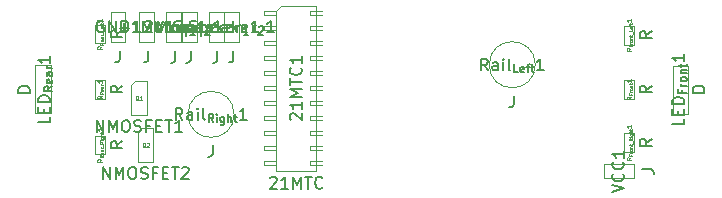
<source format=gbr>
%TF.GenerationSoftware,KiCad,Pcbnew,7.0.1*%
%TF.CreationDate,2023-05-18T02:12:42+09:00*%
%TF.ProjectId,dcc-adapter-board-kato-1.310-21mtc,6463632d-6164-4617-9074-65722d626f61,rev?*%
%TF.SameCoordinates,Original*%
%TF.FileFunction,AssemblyDrawing,Top*%
%FSLAX46Y46*%
G04 Gerber Fmt 4.6, Leading zero omitted, Abs format (unit mm)*
G04 Created by KiCad (PCBNEW 7.0.1) date 2023-05-18 02:12:42*
%MOMM*%
%LPD*%
G01*
G04 APERTURE LIST*
%ADD10C,0.150000*%
%ADD11C,0.060000*%
%ADD12C,0.050000*%
%ADD13C,0.100000*%
G04 APERTURE END LIST*
D10*
%TO.C,21MTC1*%
X85497714Y-40876857D02*
X85545333Y-40829238D01*
X85545333Y-40829238D02*
X85640571Y-40781619D01*
X85640571Y-40781619D02*
X85878666Y-40781619D01*
X85878666Y-40781619D02*
X85973904Y-40829238D01*
X85973904Y-40829238D02*
X86021523Y-40876857D01*
X86021523Y-40876857D02*
X86069142Y-40972095D01*
X86069142Y-40972095D02*
X86069142Y-41067333D01*
X86069142Y-41067333D02*
X86021523Y-41210190D01*
X86021523Y-41210190D02*
X85450095Y-41781619D01*
X85450095Y-41781619D02*
X86069142Y-41781619D01*
X87021523Y-41781619D02*
X86450095Y-41781619D01*
X86735809Y-41781619D02*
X86735809Y-40781619D01*
X86735809Y-40781619D02*
X86640571Y-40924476D01*
X86640571Y-40924476D02*
X86545333Y-41019714D01*
X86545333Y-41019714D02*
X86450095Y-41067333D01*
X87450095Y-41781619D02*
X87450095Y-40781619D01*
X87450095Y-40781619D02*
X87783428Y-41495904D01*
X87783428Y-41495904D02*
X88116761Y-40781619D01*
X88116761Y-40781619D02*
X88116761Y-41781619D01*
X88450095Y-40781619D02*
X89021523Y-40781619D01*
X88735809Y-41781619D02*
X88735809Y-40781619D01*
X89926285Y-41686380D02*
X89878666Y-41734000D01*
X89878666Y-41734000D02*
X89735809Y-41781619D01*
X89735809Y-41781619D02*
X89640571Y-41781619D01*
X89640571Y-41781619D02*
X89497714Y-41734000D01*
X89497714Y-41734000D02*
X89402476Y-41638761D01*
X89402476Y-41638761D02*
X89354857Y-41543523D01*
X89354857Y-41543523D02*
X89307238Y-41353047D01*
X89307238Y-41353047D02*
X89307238Y-41210190D01*
X89307238Y-41210190D02*
X89354857Y-41019714D01*
X89354857Y-41019714D02*
X89402476Y-40924476D01*
X89402476Y-40924476D02*
X89497714Y-40829238D01*
X89497714Y-40829238D02*
X89640571Y-40781619D01*
X89640571Y-40781619D02*
X89735809Y-40781619D01*
X89735809Y-40781619D02*
X89878666Y-40829238D01*
X89878666Y-40829238D02*
X89926285Y-40876857D01*
X87269857Y-35964475D02*
X87222238Y-35916856D01*
X87222238Y-35916856D02*
X87174619Y-35821618D01*
X87174619Y-35821618D02*
X87174619Y-35583523D01*
X87174619Y-35583523D02*
X87222238Y-35488285D01*
X87222238Y-35488285D02*
X87269857Y-35440666D01*
X87269857Y-35440666D02*
X87365095Y-35393047D01*
X87365095Y-35393047D02*
X87460333Y-35393047D01*
X87460333Y-35393047D02*
X87603190Y-35440666D01*
X87603190Y-35440666D02*
X88174619Y-36012094D01*
X88174619Y-36012094D02*
X88174619Y-35393047D01*
X88174619Y-34440666D02*
X88174619Y-35012094D01*
X88174619Y-34726380D02*
X87174619Y-34726380D01*
X87174619Y-34726380D02*
X87317476Y-34821618D01*
X87317476Y-34821618D02*
X87412714Y-34916856D01*
X87412714Y-34916856D02*
X87460333Y-35012094D01*
X88174619Y-34012094D02*
X87174619Y-34012094D01*
X87174619Y-34012094D02*
X87888904Y-33678761D01*
X87888904Y-33678761D02*
X87174619Y-33345428D01*
X87174619Y-33345428D02*
X88174619Y-33345428D01*
X87174619Y-33012094D02*
X87174619Y-32440666D01*
X88174619Y-32726380D02*
X87174619Y-32726380D01*
X88079380Y-31535904D02*
X88127000Y-31583523D01*
X88127000Y-31583523D02*
X88174619Y-31726380D01*
X88174619Y-31726380D02*
X88174619Y-31821618D01*
X88174619Y-31821618D02*
X88127000Y-31964475D01*
X88127000Y-31964475D02*
X88031761Y-32059713D01*
X88031761Y-32059713D02*
X87936523Y-32107332D01*
X87936523Y-32107332D02*
X87746047Y-32154951D01*
X87746047Y-32154951D02*
X87603190Y-32154951D01*
X87603190Y-32154951D02*
X87412714Y-32107332D01*
X87412714Y-32107332D02*
X87317476Y-32059713D01*
X87317476Y-32059713D02*
X87222238Y-31964475D01*
X87222238Y-31964475D02*
X87174619Y-31821618D01*
X87174619Y-31821618D02*
X87174619Y-31726380D01*
X87174619Y-31726380D02*
X87222238Y-31583523D01*
X87222238Y-31583523D02*
X87269857Y-31535904D01*
X88174619Y-30583523D02*
X88174619Y-31154951D01*
X88174619Y-30869237D02*
X87174619Y-30869237D01*
X87174619Y-30869237D02*
X87317476Y-30964475D01*
X87317476Y-30964475D02*
X87412714Y-31059713D01*
X87412714Y-31059713D02*
X87460333Y-31154951D01*
%TO.C,R_{Front_Right}1*%
X117792619Y-37577976D02*
X117316428Y-37911309D01*
X117792619Y-38149404D02*
X116792619Y-38149404D01*
X116792619Y-38149404D02*
X116792619Y-37768452D01*
X116792619Y-37768452D02*
X116840238Y-37673214D01*
X116840238Y-37673214D02*
X116887857Y-37625595D01*
X116887857Y-37625595D02*
X116983095Y-37577976D01*
X116983095Y-37577976D02*
X117125952Y-37577976D01*
X117125952Y-37577976D02*
X117221190Y-37625595D01*
X117221190Y-37625595D02*
X117268809Y-37673214D01*
X117268809Y-37673214D02*
X117316428Y-37768452D01*
X117316428Y-37768452D02*
X117316428Y-38149404D01*
D11*
X116085047Y-39140831D02*
X115894571Y-39274164D01*
X116085047Y-39369402D02*
X115685047Y-39369402D01*
X115685047Y-39369402D02*
X115685047Y-39217021D01*
X115685047Y-39217021D02*
X115704095Y-39178926D01*
X115704095Y-39178926D02*
X115723142Y-39159879D01*
X115723142Y-39159879D02*
X115761238Y-39140831D01*
X115761238Y-39140831D02*
X115818380Y-39140831D01*
X115818380Y-39140831D02*
X115856476Y-39159879D01*
X115856476Y-39159879D02*
X115875523Y-39178926D01*
X115875523Y-39178926D02*
X115894571Y-39217021D01*
X115894571Y-39217021D02*
X115894571Y-39369402D01*
X116016666Y-38904641D02*
X116016666Y-38997974D01*
X116163333Y-38997974D02*
X115883333Y-38997974D01*
X115883333Y-38997974D02*
X115883333Y-38864641D01*
X116163333Y-38757974D02*
X115976666Y-38757974D01*
X116030000Y-38757974D02*
X116003333Y-38744641D01*
X116003333Y-38744641D02*
X115990000Y-38731307D01*
X115990000Y-38731307D02*
X115976666Y-38704641D01*
X115976666Y-38704641D02*
X115976666Y-38677974D01*
X116163333Y-38544641D02*
X116150000Y-38571308D01*
X116150000Y-38571308D02*
X116136666Y-38584641D01*
X116136666Y-38584641D02*
X116110000Y-38597974D01*
X116110000Y-38597974D02*
X116030000Y-38597974D01*
X116030000Y-38597974D02*
X116003333Y-38584641D01*
X116003333Y-38584641D02*
X115990000Y-38571308D01*
X115990000Y-38571308D02*
X115976666Y-38544641D01*
X115976666Y-38544641D02*
X115976666Y-38504641D01*
X115976666Y-38504641D02*
X115990000Y-38477974D01*
X115990000Y-38477974D02*
X116003333Y-38464641D01*
X116003333Y-38464641D02*
X116030000Y-38451308D01*
X116030000Y-38451308D02*
X116110000Y-38451308D01*
X116110000Y-38451308D02*
X116136666Y-38464641D01*
X116136666Y-38464641D02*
X116150000Y-38477974D01*
X116150000Y-38477974D02*
X116163333Y-38504641D01*
X116163333Y-38504641D02*
X116163333Y-38544641D01*
X115976666Y-38331308D02*
X116163333Y-38331308D01*
X116003333Y-38331308D02*
X115990000Y-38317975D01*
X115990000Y-38317975D02*
X115976666Y-38291308D01*
X115976666Y-38291308D02*
X115976666Y-38251308D01*
X115976666Y-38251308D02*
X115990000Y-38224641D01*
X115990000Y-38224641D02*
X116016666Y-38211308D01*
X116016666Y-38211308D02*
X116163333Y-38211308D01*
X115976666Y-38117975D02*
X115976666Y-38011308D01*
X115883333Y-38077975D02*
X116123333Y-38077975D01*
X116123333Y-38077975D02*
X116150000Y-38064642D01*
X116150000Y-38064642D02*
X116163333Y-38037975D01*
X116163333Y-38037975D02*
X116163333Y-38011308D01*
X116190000Y-37984642D02*
X116190000Y-37771308D01*
X116163333Y-37544642D02*
X116030000Y-37637975D01*
X116163333Y-37704642D02*
X115883333Y-37704642D01*
X115883333Y-37704642D02*
X115883333Y-37597975D01*
X115883333Y-37597975D02*
X115896666Y-37571309D01*
X115896666Y-37571309D02*
X115910000Y-37557975D01*
X115910000Y-37557975D02*
X115936666Y-37544642D01*
X115936666Y-37544642D02*
X115976666Y-37544642D01*
X115976666Y-37544642D02*
X116003333Y-37557975D01*
X116003333Y-37557975D02*
X116016666Y-37571309D01*
X116016666Y-37571309D02*
X116030000Y-37597975D01*
X116030000Y-37597975D02*
X116030000Y-37704642D01*
X116163333Y-37424642D02*
X115976666Y-37424642D01*
X115883333Y-37424642D02*
X115896666Y-37437975D01*
X115896666Y-37437975D02*
X115910000Y-37424642D01*
X115910000Y-37424642D02*
X115896666Y-37411309D01*
X115896666Y-37411309D02*
X115883333Y-37424642D01*
X115883333Y-37424642D02*
X115910000Y-37424642D01*
X115976666Y-37171309D02*
X116203333Y-37171309D01*
X116203333Y-37171309D02*
X116230000Y-37184642D01*
X116230000Y-37184642D02*
X116243333Y-37197976D01*
X116243333Y-37197976D02*
X116256666Y-37224642D01*
X116256666Y-37224642D02*
X116256666Y-37264642D01*
X116256666Y-37264642D02*
X116243333Y-37291309D01*
X116150000Y-37171309D02*
X116163333Y-37197976D01*
X116163333Y-37197976D02*
X116163333Y-37251309D01*
X116163333Y-37251309D02*
X116150000Y-37277976D01*
X116150000Y-37277976D02*
X116136666Y-37291309D01*
X116136666Y-37291309D02*
X116110000Y-37304642D01*
X116110000Y-37304642D02*
X116030000Y-37304642D01*
X116030000Y-37304642D02*
X116003333Y-37291309D01*
X116003333Y-37291309D02*
X115990000Y-37277976D01*
X115990000Y-37277976D02*
X115976666Y-37251309D01*
X115976666Y-37251309D02*
X115976666Y-37197976D01*
X115976666Y-37197976D02*
X115990000Y-37171309D01*
X116163333Y-37037976D02*
X115883333Y-37037976D01*
X116163333Y-36917976D02*
X116016666Y-36917976D01*
X116016666Y-36917976D02*
X115990000Y-36931309D01*
X115990000Y-36931309D02*
X115976666Y-36957976D01*
X115976666Y-36957976D02*
X115976666Y-36997976D01*
X115976666Y-36997976D02*
X115990000Y-37024643D01*
X115990000Y-37024643D02*
X116003333Y-37037976D01*
X115976666Y-36824643D02*
X115976666Y-36717976D01*
X115883333Y-36784643D02*
X116123333Y-36784643D01*
X116123333Y-36784643D02*
X116150000Y-36771310D01*
X116150000Y-36771310D02*
X116163333Y-36744643D01*
X116163333Y-36744643D02*
X116163333Y-36717976D01*
X116085047Y-36386548D02*
X116085047Y-36615119D01*
X116085047Y-36500833D02*
X115685047Y-36500833D01*
X115685047Y-36500833D02*
X115742190Y-36538929D01*
X115742190Y-36538929D02*
X115780285Y-36577024D01*
X115780285Y-36577024D02*
X115799333Y-36615119D01*
D10*
%TO.C,Speaker_{2}1*%
X82392857Y-30102619D02*
X82392857Y-30816904D01*
X82392857Y-30816904D02*
X82345238Y-30959761D01*
X82345238Y-30959761D02*
X82250000Y-31055000D01*
X82250000Y-31055000D02*
X82107143Y-31102619D01*
X82107143Y-31102619D02*
X82011905Y-31102619D01*
X78678571Y-28515000D02*
X78821428Y-28562619D01*
X78821428Y-28562619D02*
X79059523Y-28562619D01*
X79059523Y-28562619D02*
X79154761Y-28515000D01*
X79154761Y-28515000D02*
X79202380Y-28467380D01*
X79202380Y-28467380D02*
X79249999Y-28372142D01*
X79249999Y-28372142D02*
X79249999Y-28276904D01*
X79249999Y-28276904D02*
X79202380Y-28181666D01*
X79202380Y-28181666D02*
X79154761Y-28134047D01*
X79154761Y-28134047D02*
X79059523Y-28086428D01*
X79059523Y-28086428D02*
X78869047Y-28038809D01*
X78869047Y-28038809D02*
X78773809Y-27991190D01*
X78773809Y-27991190D02*
X78726190Y-27943571D01*
X78726190Y-27943571D02*
X78678571Y-27848333D01*
X78678571Y-27848333D02*
X78678571Y-27753095D01*
X78678571Y-27753095D02*
X78726190Y-27657857D01*
X78726190Y-27657857D02*
X78773809Y-27610238D01*
X78773809Y-27610238D02*
X78869047Y-27562619D01*
X78869047Y-27562619D02*
X79107142Y-27562619D01*
X79107142Y-27562619D02*
X79249999Y-27610238D01*
X79678571Y-27895952D02*
X79678571Y-28895952D01*
X79678571Y-27943571D02*
X79773809Y-27895952D01*
X79773809Y-27895952D02*
X79964285Y-27895952D01*
X79964285Y-27895952D02*
X80059523Y-27943571D01*
X80059523Y-27943571D02*
X80107142Y-27991190D01*
X80107142Y-27991190D02*
X80154761Y-28086428D01*
X80154761Y-28086428D02*
X80154761Y-28372142D01*
X80154761Y-28372142D02*
X80107142Y-28467380D01*
X80107142Y-28467380D02*
X80059523Y-28515000D01*
X80059523Y-28515000D02*
X79964285Y-28562619D01*
X79964285Y-28562619D02*
X79773809Y-28562619D01*
X79773809Y-28562619D02*
X79678571Y-28515000D01*
X80964285Y-28515000D02*
X80869047Y-28562619D01*
X80869047Y-28562619D02*
X80678571Y-28562619D01*
X80678571Y-28562619D02*
X80583333Y-28515000D01*
X80583333Y-28515000D02*
X80535714Y-28419761D01*
X80535714Y-28419761D02*
X80535714Y-28038809D01*
X80535714Y-28038809D02*
X80583333Y-27943571D01*
X80583333Y-27943571D02*
X80678571Y-27895952D01*
X80678571Y-27895952D02*
X80869047Y-27895952D01*
X80869047Y-27895952D02*
X80964285Y-27943571D01*
X80964285Y-27943571D02*
X81011904Y-28038809D01*
X81011904Y-28038809D02*
X81011904Y-28134047D01*
X81011904Y-28134047D02*
X80535714Y-28229285D01*
X81869047Y-28562619D02*
X81869047Y-28038809D01*
X81869047Y-28038809D02*
X81821428Y-27943571D01*
X81821428Y-27943571D02*
X81726190Y-27895952D01*
X81726190Y-27895952D02*
X81535714Y-27895952D01*
X81535714Y-27895952D02*
X81440476Y-27943571D01*
X81869047Y-28515000D02*
X81773809Y-28562619D01*
X81773809Y-28562619D02*
X81535714Y-28562619D01*
X81535714Y-28562619D02*
X81440476Y-28515000D01*
X81440476Y-28515000D02*
X81392857Y-28419761D01*
X81392857Y-28419761D02*
X81392857Y-28324523D01*
X81392857Y-28324523D02*
X81440476Y-28229285D01*
X81440476Y-28229285D02*
X81535714Y-28181666D01*
X81535714Y-28181666D02*
X81773809Y-28181666D01*
X81773809Y-28181666D02*
X81869047Y-28134047D01*
X82345238Y-28562619D02*
X82345238Y-27562619D01*
X82440476Y-28181666D02*
X82726190Y-28562619D01*
X82726190Y-27895952D02*
X82345238Y-28276904D01*
X83535714Y-28515000D02*
X83440476Y-28562619D01*
X83440476Y-28562619D02*
X83250000Y-28562619D01*
X83250000Y-28562619D02*
X83154762Y-28515000D01*
X83154762Y-28515000D02*
X83107143Y-28419761D01*
X83107143Y-28419761D02*
X83107143Y-28038809D01*
X83107143Y-28038809D02*
X83154762Y-27943571D01*
X83154762Y-27943571D02*
X83250000Y-27895952D01*
X83250000Y-27895952D02*
X83440476Y-27895952D01*
X83440476Y-27895952D02*
X83535714Y-27943571D01*
X83535714Y-27943571D02*
X83583333Y-28038809D01*
X83583333Y-28038809D02*
X83583333Y-28134047D01*
X83583333Y-28134047D02*
X83107143Y-28229285D01*
X84011905Y-28562619D02*
X84011905Y-27895952D01*
X84011905Y-28086428D02*
X84059524Y-27991190D01*
X84059524Y-27991190D02*
X84107143Y-27943571D01*
X84107143Y-27943571D02*
X84202381Y-27895952D01*
X84202381Y-27895952D02*
X84297619Y-27895952D01*
X84526191Y-28125000D02*
X84559524Y-28091666D01*
X84559524Y-28091666D02*
X84626191Y-28058333D01*
X84626191Y-28058333D02*
X84792858Y-28058333D01*
X84792858Y-28058333D02*
X84859524Y-28091666D01*
X84859524Y-28091666D02*
X84892858Y-28125000D01*
X84892858Y-28125000D02*
X84926191Y-28191666D01*
X84926191Y-28191666D02*
X84926191Y-28258333D01*
X84926191Y-28258333D02*
X84892858Y-28358333D01*
X84892858Y-28358333D02*
X84492858Y-28758333D01*
X84492858Y-28758333D02*
X84926191Y-28758333D01*
X85821429Y-28562619D02*
X85250001Y-28562619D01*
X85535715Y-28562619D02*
X85535715Y-27562619D01*
X85535715Y-27562619D02*
X85440477Y-27705476D01*
X85440477Y-27705476D02*
X85345239Y-27800714D01*
X85345239Y-27800714D02*
X85250001Y-27848333D01*
%TO.C,Rail_{Right}1*%
X80642857Y-38112619D02*
X80642857Y-38826904D01*
X80642857Y-38826904D02*
X80595238Y-38969761D01*
X80595238Y-38969761D02*
X80500000Y-39065000D01*
X80500000Y-39065000D02*
X80357143Y-39112619D01*
X80357143Y-39112619D02*
X80261905Y-39112619D01*
X78080333Y-35953366D02*
X77753666Y-35486700D01*
X77520333Y-35953366D02*
X77520333Y-34973366D01*
X77520333Y-34973366D02*
X77893666Y-34973366D01*
X77893666Y-34973366D02*
X77987000Y-35020033D01*
X77987000Y-35020033D02*
X78033666Y-35066700D01*
X78033666Y-35066700D02*
X78080333Y-35160033D01*
X78080333Y-35160033D02*
X78080333Y-35300033D01*
X78080333Y-35300033D02*
X78033666Y-35393366D01*
X78033666Y-35393366D02*
X77987000Y-35440033D01*
X77987000Y-35440033D02*
X77893666Y-35486700D01*
X77893666Y-35486700D02*
X77520333Y-35486700D01*
X78920333Y-35953366D02*
X78920333Y-35440033D01*
X78920333Y-35440033D02*
X78873666Y-35346700D01*
X78873666Y-35346700D02*
X78780333Y-35300033D01*
X78780333Y-35300033D02*
X78593666Y-35300033D01*
X78593666Y-35300033D02*
X78500333Y-35346700D01*
X78920333Y-35906700D02*
X78827000Y-35953366D01*
X78827000Y-35953366D02*
X78593666Y-35953366D01*
X78593666Y-35953366D02*
X78500333Y-35906700D01*
X78500333Y-35906700D02*
X78453666Y-35813366D01*
X78453666Y-35813366D02*
X78453666Y-35720033D01*
X78453666Y-35720033D02*
X78500333Y-35626700D01*
X78500333Y-35626700D02*
X78593666Y-35580033D01*
X78593666Y-35580033D02*
X78827000Y-35580033D01*
X78827000Y-35580033D02*
X78920333Y-35533366D01*
X79387000Y-35953366D02*
X79387000Y-35300033D01*
X79387000Y-34973366D02*
X79340333Y-35020033D01*
X79340333Y-35020033D02*
X79387000Y-35066700D01*
X79387000Y-35066700D02*
X79433667Y-35020033D01*
X79433667Y-35020033D02*
X79387000Y-34973366D01*
X79387000Y-34973366D02*
X79387000Y-35066700D01*
X79993667Y-35953366D02*
X79900334Y-35906700D01*
X79900334Y-35906700D02*
X79853667Y-35813366D01*
X79853667Y-35813366D02*
X79853667Y-34973366D01*
X80689000Y-36145166D02*
X80460333Y-35818500D01*
X80297000Y-36145166D02*
X80297000Y-35459166D01*
X80297000Y-35459166D02*
X80558333Y-35459166D01*
X80558333Y-35459166D02*
X80623667Y-35491833D01*
X80623667Y-35491833D02*
X80656333Y-35524500D01*
X80656333Y-35524500D02*
X80689000Y-35589833D01*
X80689000Y-35589833D02*
X80689000Y-35687833D01*
X80689000Y-35687833D02*
X80656333Y-35753166D01*
X80656333Y-35753166D02*
X80623667Y-35785833D01*
X80623667Y-35785833D02*
X80558333Y-35818500D01*
X80558333Y-35818500D02*
X80297000Y-35818500D01*
X80983000Y-36145166D02*
X80983000Y-35687833D01*
X80983000Y-35459166D02*
X80950333Y-35491833D01*
X80950333Y-35491833D02*
X80983000Y-35524500D01*
X80983000Y-35524500D02*
X81015667Y-35491833D01*
X81015667Y-35491833D02*
X80983000Y-35459166D01*
X80983000Y-35459166D02*
X80983000Y-35524500D01*
X81603667Y-35687833D02*
X81603667Y-36243166D01*
X81603667Y-36243166D02*
X81571000Y-36308500D01*
X81571000Y-36308500D02*
X81538334Y-36341166D01*
X81538334Y-36341166D02*
X81473000Y-36373833D01*
X81473000Y-36373833D02*
X81375000Y-36373833D01*
X81375000Y-36373833D02*
X81309667Y-36341166D01*
X81603667Y-36112500D02*
X81538334Y-36145166D01*
X81538334Y-36145166D02*
X81407667Y-36145166D01*
X81407667Y-36145166D02*
X81342334Y-36112500D01*
X81342334Y-36112500D02*
X81309667Y-36079833D01*
X81309667Y-36079833D02*
X81277000Y-36014500D01*
X81277000Y-36014500D02*
X81277000Y-35818500D01*
X81277000Y-35818500D02*
X81309667Y-35753166D01*
X81309667Y-35753166D02*
X81342334Y-35720500D01*
X81342334Y-35720500D02*
X81407667Y-35687833D01*
X81407667Y-35687833D02*
X81538334Y-35687833D01*
X81538334Y-35687833D02*
X81603667Y-35720500D01*
X81930334Y-36145166D02*
X81930334Y-35459166D01*
X82224334Y-36145166D02*
X82224334Y-35785833D01*
X82224334Y-35785833D02*
X82191667Y-35720500D01*
X82191667Y-35720500D02*
X82126334Y-35687833D01*
X82126334Y-35687833D02*
X82028334Y-35687833D01*
X82028334Y-35687833D02*
X81963001Y-35720500D01*
X81963001Y-35720500D02*
X81930334Y-35753166D01*
X82453001Y-35687833D02*
X82714334Y-35687833D01*
X82551001Y-35459166D02*
X82551001Y-36047166D01*
X82551001Y-36047166D02*
X82583668Y-36112500D01*
X82583668Y-36112500D02*
X82649001Y-36145166D01*
X82649001Y-36145166D02*
X82714334Y-36145166D01*
X83526334Y-35953366D02*
X82966334Y-35953366D01*
X83246334Y-35953366D02*
X83246334Y-34973366D01*
X83246334Y-34973366D02*
X83153001Y-35113366D01*
X83153001Y-35113366D02*
X83059668Y-35206700D01*
X83059668Y-35206700D02*
X82966334Y-35253366D01*
%TO.C,R_{Rear}1*%
X72992619Y-33077976D02*
X72516428Y-33411309D01*
X72992619Y-33649404D02*
X71992619Y-33649404D01*
X71992619Y-33649404D02*
X71992619Y-33268452D01*
X71992619Y-33268452D02*
X72040238Y-33173214D01*
X72040238Y-33173214D02*
X72087857Y-33125595D01*
X72087857Y-33125595D02*
X72183095Y-33077976D01*
X72183095Y-33077976D02*
X72325952Y-33077976D01*
X72325952Y-33077976D02*
X72421190Y-33125595D01*
X72421190Y-33125595D02*
X72468809Y-33173214D01*
X72468809Y-33173214D02*
X72516428Y-33268452D01*
X72516428Y-33268452D02*
X72516428Y-33649404D01*
D11*
X71285047Y-33927499D02*
X71094571Y-34060832D01*
X71285047Y-34156070D02*
X70885047Y-34156070D01*
X70885047Y-34156070D02*
X70885047Y-34003689D01*
X70885047Y-34003689D02*
X70904095Y-33965594D01*
X70904095Y-33965594D02*
X70923142Y-33946547D01*
X70923142Y-33946547D02*
X70961238Y-33927499D01*
X70961238Y-33927499D02*
X71018380Y-33927499D01*
X71018380Y-33927499D02*
X71056476Y-33946547D01*
X71056476Y-33946547D02*
X71075523Y-33965594D01*
X71075523Y-33965594D02*
X71094571Y-34003689D01*
X71094571Y-34003689D02*
X71094571Y-34156070D01*
X71363333Y-33624642D02*
X71230000Y-33717975D01*
X71363333Y-33784642D02*
X71083333Y-33784642D01*
X71083333Y-33784642D02*
X71083333Y-33677975D01*
X71083333Y-33677975D02*
X71096666Y-33651309D01*
X71096666Y-33651309D02*
X71110000Y-33637975D01*
X71110000Y-33637975D02*
X71136666Y-33624642D01*
X71136666Y-33624642D02*
X71176666Y-33624642D01*
X71176666Y-33624642D02*
X71203333Y-33637975D01*
X71203333Y-33637975D02*
X71216666Y-33651309D01*
X71216666Y-33651309D02*
X71230000Y-33677975D01*
X71230000Y-33677975D02*
X71230000Y-33784642D01*
X71350000Y-33397975D02*
X71363333Y-33424642D01*
X71363333Y-33424642D02*
X71363333Y-33477975D01*
X71363333Y-33477975D02*
X71350000Y-33504642D01*
X71350000Y-33504642D02*
X71323333Y-33517975D01*
X71323333Y-33517975D02*
X71216666Y-33517975D01*
X71216666Y-33517975D02*
X71190000Y-33504642D01*
X71190000Y-33504642D02*
X71176666Y-33477975D01*
X71176666Y-33477975D02*
X71176666Y-33424642D01*
X71176666Y-33424642D02*
X71190000Y-33397975D01*
X71190000Y-33397975D02*
X71216666Y-33384642D01*
X71216666Y-33384642D02*
X71243333Y-33384642D01*
X71243333Y-33384642D02*
X71270000Y-33517975D01*
X71363333Y-33144642D02*
X71216666Y-33144642D01*
X71216666Y-33144642D02*
X71190000Y-33157975D01*
X71190000Y-33157975D02*
X71176666Y-33184642D01*
X71176666Y-33184642D02*
X71176666Y-33237975D01*
X71176666Y-33237975D02*
X71190000Y-33264642D01*
X71350000Y-33144642D02*
X71363333Y-33171309D01*
X71363333Y-33171309D02*
X71363333Y-33237975D01*
X71363333Y-33237975D02*
X71350000Y-33264642D01*
X71350000Y-33264642D02*
X71323333Y-33277975D01*
X71323333Y-33277975D02*
X71296666Y-33277975D01*
X71296666Y-33277975D02*
X71270000Y-33264642D01*
X71270000Y-33264642D02*
X71256666Y-33237975D01*
X71256666Y-33237975D02*
X71256666Y-33171309D01*
X71256666Y-33171309D02*
X71243333Y-33144642D01*
X71363333Y-33011309D02*
X71176666Y-33011309D01*
X71230000Y-33011309D02*
X71203333Y-32997976D01*
X71203333Y-32997976D02*
X71190000Y-32984642D01*
X71190000Y-32984642D02*
X71176666Y-32957976D01*
X71176666Y-32957976D02*
X71176666Y-32931309D01*
X71285047Y-32599881D02*
X71285047Y-32828452D01*
X71285047Y-32714166D02*
X70885047Y-32714166D01*
X70885047Y-32714166D02*
X70942190Y-32752262D01*
X70942190Y-32752262D02*
X70980285Y-32790357D01*
X70980285Y-32790357D02*
X70999333Y-32828452D01*
D10*
%TO.C,LED_{Front}1*%
X122262619Y-33661904D02*
X121262619Y-33661904D01*
X121262619Y-33661904D02*
X121262619Y-33423809D01*
X121262619Y-33423809D02*
X121310238Y-33280952D01*
X121310238Y-33280952D02*
X121405476Y-33185714D01*
X121405476Y-33185714D02*
X121500714Y-33138095D01*
X121500714Y-33138095D02*
X121691190Y-33090476D01*
X121691190Y-33090476D02*
X121834047Y-33090476D01*
X121834047Y-33090476D02*
X122024523Y-33138095D01*
X122024523Y-33138095D02*
X122119761Y-33185714D01*
X122119761Y-33185714D02*
X122215000Y-33280952D01*
X122215000Y-33280952D02*
X122262619Y-33423809D01*
X122262619Y-33423809D02*
X122262619Y-33661904D01*
X120562619Y-35869047D02*
X120562619Y-36345237D01*
X120562619Y-36345237D02*
X119562619Y-36345237D01*
X120038809Y-35535713D02*
X120038809Y-35202380D01*
X120562619Y-35059523D02*
X120562619Y-35535713D01*
X120562619Y-35535713D02*
X119562619Y-35535713D01*
X119562619Y-35535713D02*
X119562619Y-35059523D01*
X120562619Y-34630951D02*
X119562619Y-34630951D01*
X119562619Y-34630951D02*
X119562619Y-34392856D01*
X119562619Y-34392856D02*
X119610238Y-34249999D01*
X119610238Y-34249999D02*
X119705476Y-34154761D01*
X119705476Y-34154761D02*
X119800714Y-34107142D01*
X119800714Y-34107142D02*
X119991190Y-34059523D01*
X119991190Y-34059523D02*
X120134047Y-34059523D01*
X120134047Y-34059523D02*
X120324523Y-34107142D01*
X120324523Y-34107142D02*
X120419761Y-34154761D01*
X120419761Y-34154761D02*
X120515000Y-34249999D01*
X120515000Y-34249999D02*
X120562619Y-34392856D01*
X120562619Y-34392856D02*
X120562619Y-34630951D01*
X120391666Y-33469047D02*
X120391666Y-33702380D01*
X120758333Y-33702380D02*
X120058333Y-33702380D01*
X120058333Y-33702380D02*
X120058333Y-33369047D01*
X120758333Y-33102380D02*
X120291666Y-33102380D01*
X120425000Y-33102380D02*
X120358333Y-33069047D01*
X120358333Y-33069047D02*
X120325000Y-33035713D01*
X120325000Y-33035713D02*
X120291666Y-32969047D01*
X120291666Y-32969047D02*
X120291666Y-32902380D01*
X120758333Y-32569047D02*
X120725000Y-32635714D01*
X120725000Y-32635714D02*
X120691666Y-32669047D01*
X120691666Y-32669047D02*
X120625000Y-32702380D01*
X120625000Y-32702380D02*
X120425000Y-32702380D01*
X120425000Y-32702380D02*
X120358333Y-32669047D01*
X120358333Y-32669047D02*
X120325000Y-32635714D01*
X120325000Y-32635714D02*
X120291666Y-32569047D01*
X120291666Y-32569047D02*
X120291666Y-32469047D01*
X120291666Y-32469047D02*
X120325000Y-32402380D01*
X120325000Y-32402380D02*
X120358333Y-32369047D01*
X120358333Y-32369047D02*
X120425000Y-32335714D01*
X120425000Y-32335714D02*
X120625000Y-32335714D01*
X120625000Y-32335714D02*
X120691666Y-32369047D01*
X120691666Y-32369047D02*
X120725000Y-32402380D01*
X120725000Y-32402380D02*
X120758333Y-32469047D01*
X120758333Y-32469047D02*
X120758333Y-32569047D01*
X120291666Y-32035714D02*
X120758333Y-32035714D01*
X120358333Y-32035714D02*
X120325000Y-32002381D01*
X120325000Y-32002381D02*
X120291666Y-31935714D01*
X120291666Y-31935714D02*
X120291666Y-31835714D01*
X120291666Y-31835714D02*
X120325000Y-31769047D01*
X120325000Y-31769047D02*
X120391666Y-31735714D01*
X120391666Y-31735714D02*
X120758333Y-31735714D01*
X120291666Y-31502381D02*
X120291666Y-31235714D01*
X120058333Y-31402381D02*
X120658333Y-31402381D01*
X120658333Y-31402381D02*
X120725000Y-31369048D01*
X120725000Y-31369048D02*
X120758333Y-31302381D01*
X120758333Y-31302381D02*
X120758333Y-31235714D01*
X120562619Y-30407143D02*
X120562619Y-30978571D01*
X120562619Y-30692857D02*
X119562619Y-30692857D01*
X119562619Y-30692857D02*
X119705476Y-30788095D01*
X119705476Y-30788095D02*
X119800714Y-30883333D01*
X119800714Y-30883333D02*
X119848333Y-30978571D01*
%TO.C,Speaker_{1}1*%
X81032857Y-30157619D02*
X81032857Y-30871904D01*
X81032857Y-30871904D02*
X80985238Y-31014761D01*
X80985238Y-31014761D02*
X80890000Y-31110000D01*
X80890000Y-31110000D02*
X80747143Y-31157619D01*
X80747143Y-31157619D02*
X80651905Y-31157619D01*
X77403571Y-28515000D02*
X77546428Y-28562619D01*
X77546428Y-28562619D02*
X77784523Y-28562619D01*
X77784523Y-28562619D02*
X77879761Y-28515000D01*
X77879761Y-28515000D02*
X77927380Y-28467380D01*
X77927380Y-28467380D02*
X77974999Y-28372142D01*
X77974999Y-28372142D02*
X77974999Y-28276904D01*
X77974999Y-28276904D02*
X77927380Y-28181666D01*
X77927380Y-28181666D02*
X77879761Y-28134047D01*
X77879761Y-28134047D02*
X77784523Y-28086428D01*
X77784523Y-28086428D02*
X77594047Y-28038809D01*
X77594047Y-28038809D02*
X77498809Y-27991190D01*
X77498809Y-27991190D02*
X77451190Y-27943571D01*
X77451190Y-27943571D02*
X77403571Y-27848333D01*
X77403571Y-27848333D02*
X77403571Y-27753095D01*
X77403571Y-27753095D02*
X77451190Y-27657857D01*
X77451190Y-27657857D02*
X77498809Y-27610238D01*
X77498809Y-27610238D02*
X77594047Y-27562619D01*
X77594047Y-27562619D02*
X77832142Y-27562619D01*
X77832142Y-27562619D02*
X77974999Y-27610238D01*
X78403571Y-27895952D02*
X78403571Y-28895952D01*
X78403571Y-27943571D02*
X78498809Y-27895952D01*
X78498809Y-27895952D02*
X78689285Y-27895952D01*
X78689285Y-27895952D02*
X78784523Y-27943571D01*
X78784523Y-27943571D02*
X78832142Y-27991190D01*
X78832142Y-27991190D02*
X78879761Y-28086428D01*
X78879761Y-28086428D02*
X78879761Y-28372142D01*
X78879761Y-28372142D02*
X78832142Y-28467380D01*
X78832142Y-28467380D02*
X78784523Y-28515000D01*
X78784523Y-28515000D02*
X78689285Y-28562619D01*
X78689285Y-28562619D02*
X78498809Y-28562619D01*
X78498809Y-28562619D02*
X78403571Y-28515000D01*
X79689285Y-28515000D02*
X79594047Y-28562619D01*
X79594047Y-28562619D02*
X79403571Y-28562619D01*
X79403571Y-28562619D02*
X79308333Y-28515000D01*
X79308333Y-28515000D02*
X79260714Y-28419761D01*
X79260714Y-28419761D02*
X79260714Y-28038809D01*
X79260714Y-28038809D02*
X79308333Y-27943571D01*
X79308333Y-27943571D02*
X79403571Y-27895952D01*
X79403571Y-27895952D02*
X79594047Y-27895952D01*
X79594047Y-27895952D02*
X79689285Y-27943571D01*
X79689285Y-27943571D02*
X79736904Y-28038809D01*
X79736904Y-28038809D02*
X79736904Y-28134047D01*
X79736904Y-28134047D02*
X79260714Y-28229285D01*
X80594047Y-28562619D02*
X80594047Y-28038809D01*
X80594047Y-28038809D02*
X80546428Y-27943571D01*
X80546428Y-27943571D02*
X80451190Y-27895952D01*
X80451190Y-27895952D02*
X80260714Y-27895952D01*
X80260714Y-27895952D02*
X80165476Y-27943571D01*
X80594047Y-28515000D02*
X80498809Y-28562619D01*
X80498809Y-28562619D02*
X80260714Y-28562619D01*
X80260714Y-28562619D02*
X80165476Y-28515000D01*
X80165476Y-28515000D02*
X80117857Y-28419761D01*
X80117857Y-28419761D02*
X80117857Y-28324523D01*
X80117857Y-28324523D02*
X80165476Y-28229285D01*
X80165476Y-28229285D02*
X80260714Y-28181666D01*
X80260714Y-28181666D02*
X80498809Y-28181666D01*
X80498809Y-28181666D02*
X80594047Y-28134047D01*
X81070238Y-28562619D02*
X81070238Y-27562619D01*
X81165476Y-28181666D02*
X81451190Y-28562619D01*
X81451190Y-27895952D02*
X81070238Y-28276904D01*
X82260714Y-28515000D02*
X82165476Y-28562619D01*
X82165476Y-28562619D02*
X81975000Y-28562619D01*
X81975000Y-28562619D02*
X81879762Y-28515000D01*
X81879762Y-28515000D02*
X81832143Y-28419761D01*
X81832143Y-28419761D02*
X81832143Y-28038809D01*
X81832143Y-28038809D02*
X81879762Y-27943571D01*
X81879762Y-27943571D02*
X81975000Y-27895952D01*
X81975000Y-27895952D02*
X82165476Y-27895952D01*
X82165476Y-27895952D02*
X82260714Y-27943571D01*
X82260714Y-27943571D02*
X82308333Y-28038809D01*
X82308333Y-28038809D02*
X82308333Y-28134047D01*
X82308333Y-28134047D02*
X81832143Y-28229285D01*
X82736905Y-28562619D02*
X82736905Y-27895952D01*
X82736905Y-28086428D02*
X82784524Y-27991190D01*
X82784524Y-27991190D02*
X82832143Y-27943571D01*
X82832143Y-27943571D02*
X82927381Y-27895952D01*
X82927381Y-27895952D02*
X83022619Y-27895952D01*
X83651191Y-28758333D02*
X83251191Y-28758333D01*
X83451191Y-28758333D02*
X83451191Y-28058333D01*
X83451191Y-28058333D02*
X83384524Y-28158333D01*
X83384524Y-28158333D02*
X83317858Y-28225000D01*
X83317858Y-28225000D02*
X83251191Y-28258333D01*
X84546429Y-28562619D02*
X83975001Y-28562619D01*
X84260715Y-28562619D02*
X84260715Y-27562619D01*
X84260715Y-27562619D02*
X84165477Y-27705476D01*
X84165477Y-27705476D02*
X84070239Y-27800714D01*
X84070239Y-27800714D02*
X83975001Y-27848333D01*
%TO.C,VCC1*%
X117002619Y-40157142D02*
X117716904Y-40157142D01*
X117716904Y-40157142D02*
X117859761Y-40204761D01*
X117859761Y-40204761D02*
X117955000Y-40299999D01*
X117955000Y-40299999D02*
X118002619Y-40442856D01*
X118002619Y-40442856D02*
X118002619Y-40538094D01*
X114462619Y-42109523D02*
X115462619Y-41776190D01*
X115462619Y-41776190D02*
X114462619Y-41442857D01*
X115367380Y-40538095D02*
X115415000Y-40585714D01*
X115415000Y-40585714D02*
X115462619Y-40728571D01*
X115462619Y-40728571D02*
X115462619Y-40823809D01*
X115462619Y-40823809D02*
X115415000Y-40966666D01*
X115415000Y-40966666D02*
X115319761Y-41061904D01*
X115319761Y-41061904D02*
X115224523Y-41109523D01*
X115224523Y-41109523D02*
X115034047Y-41157142D01*
X115034047Y-41157142D02*
X114891190Y-41157142D01*
X114891190Y-41157142D02*
X114700714Y-41109523D01*
X114700714Y-41109523D02*
X114605476Y-41061904D01*
X114605476Y-41061904D02*
X114510238Y-40966666D01*
X114510238Y-40966666D02*
X114462619Y-40823809D01*
X114462619Y-40823809D02*
X114462619Y-40728571D01*
X114462619Y-40728571D02*
X114510238Y-40585714D01*
X114510238Y-40585714D02*
X114557857Y-40538095D01*
X115367380Y-39538095D02*
X115415000Y-39585714D01*
X115415000Y-39585714D02*
X115462619Y-39728571D01*
X115462619Y-39728571D02*
X115462619Y-39823809D01*
X115462619Y-39823809D02*
X115415000Y-39966666D01*
X115415000Y-39966666D02*
X115319761Y-40061904D01*
X115319761Y-40061904D02*
X115224523Y-40109523D01*
X115224523Y-40109523D02*
X115034047Y-40157142D01*
X115034047Y-40157142D02*
X114891190Y-40157142D01*
X114891190Y-40157142D02*
X114700714Y-40109523D01*
X114700714Y-40109523D02*
X114605476Y-40061904D01*
X114605476Y-40061904D02*
X114510238Y-39966666D01*
X114510238Y-39966666D02*
X114462619Y-39823809D01*
X114462619Y-39823809D02*
X114462619Y-39728571D01*
X114462619Y-39728571D02*
X114510238Y-39585714D01*
X114510238Y-39585714D02*
X114557857Y-39538095D01*
X115462619Y-38585714D02*
X115462619Y-39157142D01*
X115462619Y-38871428D02*
X114462619Y-38871428D01*
X114462619Y-38871428D02*
X114605476Y-38966666D01*
X114605476Y-38966666D02*
X114700714Y-39061904D01*
X114700714Y-39061904D02*
X114748333Y-39157142D01*
%TO.C,Rail_{Left}1*%
X106142857Y-33912619D02*
X106142857Y-34626904D01*
X106142857Y-34626904D02*
X106095238Y-34769761D01*
X106095238Y-34769761D02*
X106000000Y-34865000D01*
X106000000Y-34865000D02*
X105857143Y-34912619D01*
X105857143Y-34912619D02*
X105761905Y-34912619D01*
X103939667Y-31753366D02*
X103613000Y-31286700D01*
X103379667Y-31753366D02*
X103379667Y-30773366D01*
X103379667Y-30773366D02*
X103753000Y-30773366D01*
X103753000Y-30773366D02*
X103846334Y-30820033D01*
X103846334Y-30820033D02*
X103893000Y-30866700D01*
X103893000Y-30866700D02*
X103939667Y-30960033D01*
X103939667Y-30960033D02*
X103939667Y-31100033D01*
X103939667Y-31100033D02*
X103893000Y-31193366D01*
X103893000Y-31193366D02*
X103846334Y-31240033D01*
X103846334Y-31240033D02*
X103753000Y-31286700D01*
X103753000Y-31286700D02*
X103379667Y-31286700D01*
X104779667Y-31753366D02*
X104779667Y-31240033D01*
X104779667Y-31240033D02*
X104733000Y-31146700D01*
X104733000Y-31146700D02*
X104639667Y-31100033D01*
X104639667Y-31100033D02*
X104453000Y-31100033D01*
X104453000Y-31100033D02*
X104359667Y-31146700D01*
X104779667Y-31706700D02*
X104686334Y-31753366D01*
X104686334Y-31753366D02*
X104453000Y-31753366D01*
X104453000Y-31753366D02*
X104359667Y-31706700D01*
X104359667Y-31706700D02*
X104313000Y-31613366D01*
X104313000Y-31613366D02*
X104313000Y-31520033D01*
X104313000Y-31520033D02*
X104359667Y-31426700D01*
X104359667Y-31426700D02*
X104453000Y-31380033D01*
X104453000Y-31380033D02*
X104686334Y-31380033D01*
X104686334Y-31380033D02*
X104779667Y-31333366D01*
X105246334Y-31753366D02*
X105246334Y-31100033D01*
X105246334Y-30773366D02*
X105199667Y-30820033D01*
X105199667Y-30820033D02*
X105246334Y-30866700D01*
X105246334Y-30866700D02*
X105293001Y-30820033D01*
X105293001Y-30820033D02*
X105246334Y-30773366D01*
X105246334Y-30773366D02*
X105246334Y-30866700D01*
X105853001Y-31753366D02*
X105759668Y-31706700D01*
X105759668Y-31706700D02*
X105713001Y-31613366D01*
X105713001Y-31613366D02*
X105713001Y-30773366D01*
X106483001Y-31945166D02*
X106156334Y-31945166D01*
X106156334Y-31945166D02*
X106156334Y-31259166D01*
X106973000Y-31912500D02*
X106907667Y-31945166D01*
X106907667Y-31945166D02*
X106777000Y-31945166D01*
X106777000Y-31945166D02*
X106711667Y-31912500D01*
X106711667Y-31912500D02*
X106679000Y-31847166D01*
X106679000Y-31847166D02*
X106679000Y-31585833D01*
X106679000Y-31585833D02*
X106711667Y-31520500D01*
X106711667Y-31520500D02*
X106777000Y-31487833D01*
X106777000Y-31487833D02*
X106907667Y-31487833D01*
X106907667Y-31487833D02*
X106973000Y-31520500D01*
X106973000Y-31520500D02*
X107005667Y-31585833D01*
X107005667Y-31585833D02*
X107005667Y-31651166D01*
X107005667Y-31651166D02*
X106679000Y-31716500D01*
X107201667Y-31487833D02*
X107463000Y-31487833D01*
X107299667Y-31945166D02*
X107299667Y-31357166D01*
X107299667Y-31357166D02*
X107332334Y-31291833D01*
X107332334Y-31291833D02*
X107397667Y-31259166D01*
X107397667Y-31259166D02*
X107463000Y-31259166D01*
X107593667Y-31487833D02*
X107855000Y-31487833D01*
X107691667Y-31259166D02*
X107691667Y-31847166D01*
X107691667Y-31847166D02*
X107724334Y-31912500D01*
X107724334Y-31912500D02*
X107789667Y-31945166D01*
X107789667Y-31945166D02*
X107855000Y-31945166D01*
X108667000Y-31753366D02*
X108107000Y-31753366D01*
X108387000Y-31753366D02*
X108387000Y-30773366D01*
X108387000Y-30773366D02*
X108293667Y-30913366D01*
X108293667Y-30913366D02*
X108200334Y-31006700D01*
X108200334Y-31006700D02*
X108107000Y-31053366D01*
%TO.C,Motor_{2}1*%
X78767857Y-30157619D02*
X78767857Y-30871904D01*
X78767857Y-30871904D02*
X78720238Y-31014761D01*
X78720238Y-31014761D02*
X78625000Y-31110000D01*
X78625000Y-31110000D02*
X78482143Y-31157619D01*
X78482143Y-31157619D02*
X78386905Y-31157619D01*
X76007142Y-28562619D02*
X76007142Y-27562619D01*
X76007142Y-27562619D02*
X76340475Y-28276904D01*
X76340475Y-28276904D02*
X76673808Y-27562619D01*
X76673808Y-27562619D02*
X76673808Y-28562619D01*
X77292856Y-28562619D02*
X77197618Y-28515000D01*
X77197618Y-28515000D02*
X77149999Y-28467380D01*
X77149999Y-28467380D02*
X77102380Y-28372142D01*
X77102380Y-28372142D02*
X77102380Y-28086428D01*
X77102380Y-28086428D02*
X77149999Y-27991190D01*
X77149999Y-27991190D02*
X77197618Y-27943571D01*
X77197618Y-27943571D02*
X77292856Y-27895952D01*
X77292856Y-27895952D02*
X77435713Y-27895952D01*
X77435713Y-27895952D02*
X77530951Y-27943571D01*
X77530951Y-27943571D02*
X77578570Y-27991190D01*
X77578570Y-27991190D02*
X77626189Y-28086428D01*
X77626189Y-28086428D02*
X77626189Y-28372142D01*
X77626189Y-28372142D02*
X77578570Y-28467380D01*
X77578570Y-28467380D02*
X77530951Y-28515000D01*
X77530951Y-28515000D02*
X77435713Y-28562619D01*
X77435713Y-28562619D02*
X77292856Y-28562619D01*
X77911904Y-27895952D02*
X78292856Y-27895952D01*
X78054761Y-27562619D02*
X78054761Y-28419761D01*
X78054761Y-28419761D02*
X78102380Y-28515000D01*
X78102380Y-28515000D02*
X78197618Y-28562619D01*
X78197618Y-28562619D02*
X78292856Y-28562619D01*
X78769047Y-28562619D02*
X78673809Y-28515000D01*
X78673809Y-28515000D02*
X78626190Y-28467380D01*
X78626190Y-28467380D02*
X78578571Y-28372142D01*
X78578571Y-28372142D02*
X78578571Y-28086428D01*
X78578571Y-28086428D02*
X78626190Y-27991190D01*
X78626190Y-27991190D02*
X78673809Y-27943571D01*
X78673809Y-27943571D02*
X78769047Y-27895952D01*
X78769047Y-27895952D02*
X78911904Y-27895952D01*
X78911904Y-27895952D02*
X79007142Y-27943571D01*
X79007142Y-27943571D02*
X79054761Y-27991190D01*
X79054761Y-27991190D02*
X79102380Y-28086428D01*
X79102380Y-28086428D02*
X79102380Y-28372142D01*
X79102380Y-28372142D02*
X79054761Y-28467380D01*
X79054761Y-28467380D02*
X79007142Y-28515000D01*
X79007142Y-28515000D02*
X78911904Y-28562619D01*
X78911904Y-28562619D02*
X78769047Y-28562619D01*
X79530952Y-28562619D02*
X79530952Y-27895952D01*
X79530952Y-28086428D02*
X79578571Y-27991190D01*
X79578571Y-27991190D02*
X79626190Y-27943571D01*
X79626190Y-27943571D02*
X79721428Y-27895952D01*
X79721428Y-27895952D02*
X79816666Y-27895952D01*
X80045238Y-28125000D02*
X80078571Y-28091666D01*
X80078571Y-28091666D02*
X80145238Y-28058333D01*
X80145238Y-28058333D02*
X80311905Y-28058333D01*
X80311905Y-28058333D02*
X80378571Y-28091666D01*
X80378571Y-28091666D02*
X80411905Y-28125000D01*
X80411905Y-28125000D02*
X80445238Y-28191666D01*
X80445238Y-28191666D02*
X80445238Y-28258333D01*
X80445238Y-28258333D02*
X80411905Y-28358333D01*
X80411905Y-28358333D02*
X80011905Y-28758333D01*
X80011905Y-28758333D02*
X80445238Y-28758333D01*
X81340476Y-28562619D02*
X80769048Y-28562619D01*
X81054762Y-28562619D02*
X81054762Y-27562619D01*
X81054762Y-27562619D02*
X80959524Y-27705476D01*
X80959524Y-27705476D02*
X80864286Y-27800714D01*
X80864286Y-27800714D02*
X80769048Y-27848333D01*
%TO.C,GND1*%
X72767857Y-30102619D02*
X72767857Y-30816904D01*
X72767857Y-30816904D02*
X72720238Y-30959761D01*
X72720238Y-30959761D02*
X72625000Y-31055000D01*
X72625000Y-31055000D02*
X72482143Y-31102619D01*
X72482143Y-31102619D02*
X72386905Y-31102619D01*
X71386904Y-27610238D02*
X71291666Y-27562619D01*
X71291666Y-27562619D02*
X71148809Y-27562619D01*
X71148809Y-27562619D02*
X71005952Y-27610238D01*
X71005952Y-27610238D02*
X70910714Y-27705476D01*
X70910714Y-27705476D02*
X70863095Y-27800714D01*
X70863095Y-27800714D02*
X70815476Y-27991190D01*
X70815476Y-27991190D02*
X70815476Y-28134047D01*
X70815476Y-28134047D02*
X70863095Y-28324523D01*
X70863095Y-28324523D02*
X70910714Y-28419761D01*
X70910714Y-28419761D02*
X71005952Y-28515000D01*
X71005952Y-28515000D02*
X71148809Y-28562619D01*
X71148809Y-28562619D02*
X71244047Y-28562619D01*
X71244047Y-28562619D02*
X71386904Y-28515000D01*
X71386904Y-28515000D02*
X71434523Y-28467380D01*
X71434523Y-28467380D02*
X71434523Y-28134047D01*
X71434523Y-28134047D02*
X71244047Y-28134047D01*
X71863095Y-28562619D02*
X71863095Y-27562619D01*
X71863095Y-27562619D02*
X72434523Y-28562619D01*
X72434523Y-28562619D02*
X72434523Y-27562619D01*
X72910714Y-28562619D02*
X72910714Y-27562619D01*
X72910714Y-27562619D02*
X73148809Y-27562619D01*
X73148809Y-27562619D02*
X73291666Y-27610238D01*
X73291666Y-27610238D02*
X73386904Y-27705476D01*
X73386904Y-27705476D02*
X73434523Y-27800714D01*
X73434523Y-27800714D02*
X73482142Y-27991190D01*
X73482142Y-27991190D02*
X73482142Y-28134047D01*
X73482142Y-28134047D02*
X73434523Y-28324523D01*
X73434523Y-28324523D02*
X73386904Y-28419761D01*
X73386904Y-28419761D02*
X73291666Y-28515000D01*
X73291666Y-28515000D02*
X73148809Y-28562619D01*
X73148809Y-28562619D02*
X72910714Y-28562619D01*
X74434523Y-28562619D02*
X73863095Y-28562619D01*
X74148809Y-28562619D02*
X74148809Y-27562619D01*
X74148809Y-27562619D02*
X74053571Y-27705476D01*
X74053571Y-27705476D02*
X73958333Y-27800714D01*
X73958333Y-27800714D02*
X73863095Y-27848333D01*
%TO.C,R_{Front}1*%
X117792619Y-33077976D02*
X117316428Y-33411309D01*
X117792619Y-33649404D02*
X116792619Y-33649404D01*
X116792619Y-33649404D02*
X116792619Y-33268452D01*
X116792619Y-33268452D02*
X116840238Y-33173214D01*
X116840238Y-33173214D02*
X116887857Y-33125595D01*
X116887857Y-33125595D02*
X116983095Y-33077976D01*
X116983095Y-33077976D02*
X117125952Y-33077976D01*
X117125952Y-33077976D02*
X117221190Y-33125595D01*
X117221190Y-33125595D02*
X117268809Y-33173214D01*
X117268809Y-33173214D02*
X117316428Y-33268452D01*
X117316428Y-33268452D02*
X117316428Y-33649404D01*
D11*
X116085047Y-33994165D02*
X115894571Y-34127498D01*
X116085047Y-34222736D02*
X115685047Y-34222736D01*
X115685047Y-34222736D02*
X115685047Y-34070355D01*
X115685047Y-34070355D02*
X115704095Y-34032260D01*
X115704095Y-34032260D02*
X115723142Y-34013213D01*
X115723142Y-34013213D02*
X115761238Y-33994165D01*
X115761238Y-33994165D02*
X115818380Y-33994165D01*
X115818380Y-33994165D02*
X115856476Y-34013213D01*
X115856476Y-34013213D02*
X115875523Y-34032260D01*
X115875523Y-34032260D02*
X115894571Y-34070355D01*
X115894571Y-34070355D02*
X115894571Y-34222736D01*
X116016666Y-33757975D02*
X116016666Y-33851308D01*
X116163333Y-33851308D02*
X115883333Y-33851308D01*
X115883333Y-33851308D02*
X115883333Y-33717975D01*
X116163333Y-33611308D02*
X115976666Y-33611308D01*
X116030000Y-33611308D02*
X116003333Y-33597975D01*
X116003333Y-33597975D02*
X115990000Y-33584641D01*
X115990000Y-33584641D02*
X115976666Y-33557975D01*
X115976666Y-33557975D02*
X115976666Y-33531308D01*
X116163333Y-33397975D02*
X116150000Y-33424642D01*
X116150000Y-33424642D02*
X116136666Y-33437975D01*
X116136666Y-33437975D02*
X116110000Y-33451308D01*
X116110000Y-33451308D02*
X116030000Y-33451308D01*
X116030000Y-33451308D02*
X116003333Y-33437975D01*
X116003333Y-33437975D02*
X115990000Y-33424642D01*
X115990000Y-33424642D02*
X115976666Y-33397975D01*
X115976666Y-33397975D02*
X115976666Y-33357975D01*
X115976666Y-33357975D02*
X115990000Y-33331308D01*
X115990000Y-33331308D02*
X116003333Y-33317975D01*
X116003333Y-33317975D02*
X116030000Y-33304642D01*
X116030000Y-33304642D02*
X116110000Y-33304642D01*
X116110000Y-33304642D02*
X116136666Y-33317975D01*
X116136666Y-33317975D02*
X116150000Y-33331308D01*
X116150000Y-33331308D02*
X116163333Y-33357975D01*
X116163333Y-33357975D02*
X116163333Y-33397975D01*
X115976666Y-33184642D02*
X116163333Y-33184642D01*
X116003333Y-33184642D02*
X115990000Y-33171309D01*
X115990000Y-33171309D02*
X115976666Y-33144642D01*
X115976666Y-33144642D02*
X115976666Y-33104642D01*
X115976666Y-33104642D02*
X115990000Y-33077975D01*
X115990000Y-33077975D02*
X116016666Y-33064642D01*
X116016666Y-33064642D02*
X116163333Y-33064642D01*
X115976666Y-32971309D02*
X115976666Y-32864642D01*
X115883333Y-32931309D02*
X116123333Y-32931309D01*
X116123333Y-32931309D02*
X116150000Y-32917976D01*
X116150000Y-32917976D02*
X116163333Y-32891309D01*
X116163333Y-32891309D02*
X116163333Y-32864642D01*
X116085047Y-32533214D02*
X116085047Y-32761785D01*
X116085047Y-32647499D02*
X115685047Y-32647499D01*
X115685047Y-32647499D02*
X115742190Y-32685595D01*
X115742190Y-32685595D02*
X115780285Y-32723690D01*
X115780285Y-32723690D02*
X115799333Y-32761785D01*
D10*
%TO.C,Motor_{1}1*%
X77467857Y-30157619D02*
X77467857Y-30871904D01*
X77467857Y-30871904D02*
X77420238Y-31014761D01*
X77420238Y-31014761D02*
X77325000Y-31110000D01*
X77325000Y-31110000D02*
X77182143Y-31157619D01*
X77182143Y-31157619D02*
X77086905Y-31157619D01*
X74707142Y-28562619D02*
X74707142Y-27562619D01*
X74707142Y-27562619D02*
X75040475Y-28276904D01*
X75040475Y-28276904D02*
X75373808Y-27562619D01*
X75373808Y-27562619D02*
X75373808Y-28562619D01*
X75992856Y-28562619D02*
X75897618Y-28515000D01*
X75897618Y-28515000D02*
X75849999Y-28467380D01*
X75849999Y-28467380D02*
X75802380Y-28372142D01*
X75802380Y-28372142D02*
X75802380Y-28086428D01*
X75802380Y-28086428D02*
X75849999Y-27991190D01*
X75849999Y-27991190D02*
X75897618Y-27943571D01*
X75897618Y-27943571D02*
X75992856Y-27895952D01*
X75992856Y-27895952D02*
X76135713Y-27895952D01*
X76135713Y-27895952D02*
X76230951Y-27943571D01*
X76230951Y-27943571D02*
X76278570Y-27991190D01*
X76278570Y-27991190D02*
X76326189Y-28086428D01*
X76326189Y-28086428D02*
X76326189Y-28372142D01*
X76326189Y-28372142D02*
X76278570Y-28467380D01*
X76278570Y-28467380D02*
X76230951Y-28515000D01*
X76230951Y-28515000D02*
X76135713Y-28562619D01*
X76135713Y-28562619D02*
X75992856Y-28562619D01*
X76611904Y-27895952D02*
X76992856Y-27895952D01*
X76754761Y-27562619D02*
X76754761Y-28419761D01*
X76754761Y-28419761D02*
X76802380Y-28515000D01*
X76802380Y-28515000D02*
X76897618Y-28562619D01*
X76897618Y-28562619D02*
X76992856Y-28562619D01*
X77469047Y-28562619D02*
X77373809Y-28515000D01*
X77373809Y-28515000D02*
X77326190Y-28467380D01*
X77326190Y-28467380D02*
X77278571Y-28372142D01*
X77278571Y-28372142D02*
X77278571Y-28086428D01*
X77278571Y-28086428D02*
X77326190Y-27991190D01*
X77326190Y-27991190D02*
X77373809Y-27943571D01*
X77373809Y-27943571D02*
X77469047Y-27895952D01*
X77469047Y-27895952D02*
X77611904Y-27895952D01*
X77611904Y-27895952D02*
X77707142Y-27943571D01*
X77707142Y-27943571D02*
X77754761Y-27991190D01*
X77754761Y-27991190D02*
X77802380Y-28086428D01*
X77802380Y-28086428D02*
X77802380Y-28372142D01*
X77802380Y-28372142D02*
X77754761Y-28467380D01*
X77754761Y-28467380D02*
X77707142Y-28515000D01*
X77707142Y-28515000D02*
X77611904Y-28562619D01*
X77611904Y-28562619D02*
X77469047Y-28562619D01*
X78230952Y-28562619D02*
X78230952Y-27895952D01*
X78230952Y-28086428D02*
X78278571Y-27991190D01*
X78278571Y-27991190D02*
X78326190Y-27943571D01*
X78326190Y-27943571D02*
X78421428Y-27895952D01*
X78421428Y-27895952D02*
X78516666Y-27895952D01*
X79145238Y-28758333D02*
X78745238Y-28758333D01*
X78945238Y-28758333D02*
X78945238Y-28058333D01*
X78945238Y-28058333D02*
X78878571Y-28158333D01*
X78878571Y-28158333D02*
X78811905Y-28225000D01*
X78811905Y-28225000D02*
X78745238Y-28258333D01*
X80040476Y-28562619D02*
X79469048Y-28562619D01*
X79754762Y-28562619D02*
X79754762Y-27562619D01*
X79754762Y-27562619D02*
X79659524Y-27705476D01*
X79659524Y-27705476D02*
X79564286Y-27800714D01*
X79564286Y-27800714D02*
X79469048Y-27848333D01*
%TO.C,R_{Rear_Left}1*%
X72992619Y-28390476D02*
X72516428Y-28723809D01*
X72992619Y-28961904D02*
X71992619Y-28961904D01*
X71992619Y-28961904D02*
X71992619Y-28580952D01*
X71992619Y-28580952D02*
X72040238Y-28485714D01*
X72040238Y-28485714D02*
X72087857Y-28438095D01*
X72087857Y-28438095D02*
X72183095Y-28390476D01*
X72183095Y-28390476D02*
X72325952Y-28390476D01*
X72325952Y-28390476D02*
X72421190Y-28438095D01*
X72421190Y-28438095D02*
X72468809Y-28485714D01*
X72468809Y-28485714D02*
X72516428Y-28580952D01*
X72516428Y-28580952D02*
X72516428Y-28961904D01*
D11*
X71285047Y-29739999D02*
X71094571Y-29873332D01*
X71285047Y-29968570D02*
X70885047Y-29968570D01*
X70885047Y-29968570D02*
X70885047Y-29816189D01*
X70885047Y-29816189D02*
X70904095Y-29778094D01*
X70904095Y-29778094D02*
X70923142Y-29759047D01*
X70923142Y-29759047D02*
X70961238Y-29739999D01*
X70961238Y-29739999D02*
X71018380Y-29739999D01*
X71018380Y-29739999D02*
X71056476Y-29759047D01*
X71056476Y-29759047D02*
X71075523Y-29778094D01*
X71075523Y-29778094D02*
X71094571Y-29816189D01*
X71094571Y-29816189D02*
X71094571Y-29968570D01*
X71363333Y-29437142D02*
X71230000Y-29530475D01*
X71363333Y-29597142D02*
X71083333Y-29597142D01*
X71083333Y-29597142D02*
X71083333Y-29490475D01*
X71083333Y-29490475D02*
X71096666Y-29463809D01*
X71096666Y-29463809D02*
X71110000Y-29450475D01*
X71110000Y-29450475D02*
X71136666Y-29437142D01*
X71136666Y-29437142D02*
X71176666Y-29437142D01*
X71176666Y-29437142D02*
X71203333Y-29450475D01*
X71203333Y-29450475D02*
X71216666Y-29463809D01*
X71216666Y-29463809D02*
X71230000Y-29490475D01*
X71230000Y-29490475D02*
X71230000Y-29597142D01*
X71350000Y-29210475D02*
X71363333Y-29237142D01*
X71363333Y-29237142D02*
X71363333Y-29290475D01*
X71363333Y-29290475D02*
X71350000Y-29317142D01*
X71350000Y-29317142D02*
X71323333Y-29330475D01*
X71323333Y-29330475D02*
X71216666Y-29330475D01*
X71216666Y-29330475D02*
X71190000Y-29317142D01*
X71190000Y-29317142D02*
X71176666Y-29290475D01*
X71176666Y-29290475D02*
X71176666Y-29237142D01*
X71176666Y-29237142D02*
X71190000Y-29210475D01*
X71190000Y-29210475D02*
X71216666Y-29197142D01*
X71216666Y-29197142D02*
X71243333Y-29197142D01*
X71243333Y-29197142D02*
X71270000Y-29330475D01*
X71363333Y-28957142D02*
X71216666Y-28957142D01*
X71216666Y-28957142D02*
X71190000Y-28970475D01*
X71190000Y-28970475D02*
X71176666Y-28997142D01*
X71176666Y-28997142D02*
X71176666Y-29050475D01*
X71176666Y-29050475D02*
X71190000Y-29077142D01*
X71350000Y-28957142D02*
X71363333Y-28983809D01*
X71363333Y-28983809D02*
X71363333Y-29050475D01*
X71363333Y-29050475D02*
X71350000Y-29077142D01*
X71350000Y-29077142D02*
X71323333Y-29090475D01*
X71323333Y-29090475D02*
X71296666Y-29090475D01*
X71296666Y-29090475D02*
X71270000Y-29077142D01*
X71270000Y-29077142D02*
X71256666Y-29050475D01*
X71256666Y-29050475D02*
X71256666Y-28983809D01*
X71256666Y-28983809D02*
X71243333Y-28957142D01*
X71363333Y-28823809D02*
X71176666Y-28823809D01*
X71230000Y-28823809D02*
X71203333Y-28810476D01*
X71203333Y-28810476D02*
X71190000Y-28797142D01*
X71190000Y-28797142D02*
X71176666Y-28770476D01*
X71176666Y-28770476D02*
X71176666Y-28743809D01*
X71390000Y-28717143D02*
X71390000Y-28503809D01*
X71363333Y-28303810D02*
X71363333Y-28437143D01*
X71363333Y-28437143D02*
X71083333Y-28437143D01*
X71350000Y-28103809D02*
X71363333Y-28130476D01*
X71363333Y-28130476D02*
X71363333Y-28183809D01*
X71363333Y-28183809D02*
X71350000Y-28210476D01*
X71350000Y-28210476D02*
X71323333Y-28223809D01*
X71323333Y-28223809D02*
X71216666Y-28223809D01*
X71216666Y-28223809D02*
X71190000Y-28210476D01*
X71190000Y-28210476D02*
X71176666Y-28183809D01*
X71176666Y-28183809D02*
X71176666Y-28130476D01*
X71176666Y-28130476D02*
X71190000Y-28103809D01*
X71190000Y-28103809D02*
X71216666Y-28090476D01*
X71216666Y-28090476D02*
X71243333Y-28090476D01*
X71243333Y-28090476D02*
X71270000Y-28223809D01*
X71176666Y-28010476D02*
X71176666Y-27903809D01*
X71363333Y-27970476D02*
X71123333Y-27970476D01*
X71123333Y-27970476D02*
X71096666Y-27957143D01*
X71096666Y-27957143D02*
X71083333Y-27930476D01*
X71083333Y-27930476D02*
X71083333Y-27903809D01*
X71176666Y-27850476D02*
X71176666Y-27743809D01*
X71083333Y-27810476D02*
X71323333Y-27810476D01*
X71323333Y-27810476D02*
X71350000Y-27797143D01*
X71350000Y-27797143D02*
X71363333Y-27770476D01*
X71363333Y-27770476D02*
X71363333Y-27743809D01*
X71285047Y-27412381D02*
X71285047Y-27640952D01*
X71285047Y-27526666D02*
X70885047Y-27526666D01*
X70885047Y-27526666D02*
X70942190Y-27564762D01*
X70942190Y-27564762D02*
X70980285Y-27602857D01*
X70980285Y-27602857D02*
X70999333Y-27640952D01*
D10*
%TO.C,LED_{Rear}1*%
X65162619Y-33661904D02*
X64162619Y-33661904D01*
X64162619Y-33661904D02*
X64162619Y-33423809D01*
X64162619Y-33423809D02*
X64210238Y-33280952D01*
X64210238Y-33280952D02*
X64305476Y-33185714D01*
X64305476Y-33185714D02*
X64400714Y-33138095D01*
X64400714Y-33138095D02*
X64591190Y-33090476D01*
X64591190Y-33090476D02*
X64734047Y-33090476D01*
X64734047Y-33090476D02*
X64924523Y-33138095D01*
X64924523Y-33138095D02*
X65019761Y-33185714D01*
X65019761Y-33185714D02*
X65115000Y-33280952D01*
X65115000Y-33280952D02*
X65162619Y-33423809D01*
X65162619Y-33423809D02*
X65162619Y-33661904D01*
X66862619Y-35702380D02*
X66862619Y-36178570D01*
X66862619Y-36178570D02*
X65862619Y-36178570D01*
X66338809Y-35369046D02*
X66338809Y-35035713D01*
X66862619Y-34892856D02*
X66862619Y-35369046D01*
X66862619Y-35369046D02*
X65862619Y-35369046D01*
X65862619Y-35369046D02*
X65862619Y-34892856D01*
X66862619Y-34464284D02*
X65862619Y-34464284D01*
X65862619Y-34464284D02*
X65862619Y-34226189D01*
X65862619Y-34226189D02*
X65910238Y-34083332D01*
X65910238Y-34083332D02*
X66005476Y-33988094D01*
X66005476Y-33988094D02*
X66100714Y-33940475D01*
X66100714Y-33940475D02*
X66291190Y-33892856D01*
X66291190Y-33892856D02*
X66434047Y-33892856D01*
X66434047Y-33892856D02*
X66624523Y-33940475D01*
X66624523Y-33940475D02*
X66719761Y-33988094D01*
X66719761Y-33988094D02*
X66815000Y-34083332D01*
X66815000Y-34083332D02*
X66862619Y-34226189D01*
X66862619Y-34226189D02*
X66862619Y-34464284D01*
X67058333Y-33135713D02*
X66725000Y-33369046D01*
X67058333Y-33535713D02*
X66358333Y-33535713D01*
X66358333Y-33535713D02*
X66358333Y-33269046D01*
X66358333Y-33269046D02*
X66391666Y-33202380D01*
X66391666Y-33202380D02*
X66425000Y-33169046D01*
X66425000Y-33169046D02*
X66491666Y-33135713D01*
X66491666Y-33135713D02*
X66591666Y-33135713D01*
X66591666Y-33135713D02*
X66658333Y-33169046D01*
X66658333Y-33169046D02*
X66691666Y-33202380D01*
X66691666Y-33202380D02*
X66725000Y-33269046D01*
X66725000Y-33269046D02*
X66725000Y-33535713D01*
X67025000Y-32569046D02*
X67058333Y-32635713D01*
X67058333Y-32635713D02*
X67058333Y-32769046D01*
X67058333Y-32769046D02*
X67025000Y-32835713D01*
X67025000Y-32835713D02*
X66958333Y-32869046D01*
X66958333Y-32869046D02*
X66691666Y-32869046D01*
X66691666Y-32869046D02*
X66625000Y-32835713D01*
X66625000Y-32835713D02*
X66591666Y-32769046D01*
X66591666Y-32769046D02*
X66591666Y-32635713D01*
X66591666Y-32635713D02*
X66625000Y-32569046D01*
X66625000Y-32569046D02*
X66691666Y-32535713D01*
X66691666Y-32535713D02*
X66758333Y-32535713D01*
X66758333Y-32535713D02*
X66825000Y-32869046D01*
X67058333Y-31935713D02*
X66691666Y-31935713D01*
X66691666Y-31935713D02*
X66625000Y-31969046D01*
X66625000Y-31969046D02*
X66591666Y-32035713D01*
X66591666Y-32035713D02*
X66591666Y-32169046D01*
X66591666Y-32169046D02*
X66625000Y-32235713D01*
X67025000Y-31935713D02*
X67058333Y-32002380D01*
X67058333Y-32002380D02*
X67058333Y-32169046D01*
X67058333Y-32169046D02*
X67025000Y-32235713D01*
X67025000Y-32235713D02*
X66958333Y-32269046D01*
X66958333Y-32269046D02*
X66891666Y-32269046D01*
X66891666Y-32269046D02*
X66825000Y-32235713D01*
X66825000Y-32235713D02*
X66791666Y-32169046D01*
X66791666Y-32169046D02*
X66791666Y-32002380D01*
X66791666Y-32002380D02*
X66758333Y-31935713D01*
X67058333Y-31602380D02*
X66591666Y-31602380D01*
X66725000Y-31602380D02*
X66658333Y-31569047D01*
X66658333Y-31569047D02*
X66625000Y-31535713D01*
X66625000Y-31535713D02*
X66591666Y-31469047D01*
X66591666Y-31469047D02*
X66591666Y-31402380D01*
X66862619Y-30573809D02*
X66862619Y-31145237D01*
X66862619Y-30859523D02*
X65862619Y-30859523D01*
X65862619Y-30859523D02*
X66005476Y-30954761D01*
X66005476Y-30954761D02*
X66100714Y-31049999D01*
X66100714Y-31049999D02*
X66148333Y-31145237D01*
%TO.C,Q2*%
X71367262Y-40962619D02*
X71367262Y-39962619D01*
X71367262Y-39962619D02*
X71938690Y-40962619D01*
X71938690Y-40962619D02*
X71938690Y-39962619D01*
X72414881Y-40962619D02*
X72414881Y-39962619D01*
X72414881Y-39962619D02*
X72748214Y-40676904D01*
X72748214Y-40676904D02*
X73081547Y-39962619D01*
X73081547Y-39962619D02*
X73081547Y-40962619D01*
X73748214Y-39962619D02*
X73938690Y-39962619D01*
X73938690Y-39962619D02*
X74033928Y-40010238D01*
X74033928Y-40010238D02*
X74129166Y-40105476D01*
X74129166Y-40105476D02*
X74176785Y-40295952D01*
X74176785Y-40295952D02*
X74176785Y-40629285D01*
X74176785Y-40629285D02*
X74129166Y-40819761D01*
X74129166Y-40819761D02*
X74033928Y-40915000D01*
X74033928Y-40915000D02*
X73938690Y-40962619D01*
X73938690Y-40962619D02*
X73748214Y-40962619D01*
X73748214Y-40962619D02*
X73652976Y-40915000D01*
X73652976Y-40915000D02*
X73557738Y-40819761D01*
X73557738Y-40819761D02*
X73510119Y-40629285D01*
X73510119Y-40629285D02*
X73510119Y-40295952D01*
X73510119Y-40295952D02*
X73557738Y-40105476D01*
X73557738Y-40105476D02*
X73652976Y-40010238D01*
X73652976Y-40010238D02*
X73748214Y-39962619D01*
X74557738Y-40915000D02*
X74700595Y-40962619D01*
X74700595Y-40962619D02*
X74938690Y-40962619D01*
X74938690Y-40962619D02*
X75033928Y-40915000D01*
X75033928Y-40915000D02*
X75081547Y-40867380D01*
X75081547Y-40867380D02*
X75129166Y-40772142D01*
X75129166Y-40772142D02*
X75129166Y-40676904D01*
X75129166Y-40676904D02*
X75081547Y-40581666D01*
X75081547Y-40581666D02*
X75033928Y-40534047D01*
X75033928Y-40534047D02*
X74938690Y-40486428D01*
X74938690Y-40486428D02*
X74748214Y-40438809D01*
X74748214Y-40438809D02*
X74652976Y-40391190D01*
X74652976Y-40391190D02*
X74605357Y-40343571D01*
X74605357Y-40343571D02*
X74557738Y-40248333D01*
X74557738Y-40248333D02*
X74557738Y-40153095D01*
X74557738Y-40153095D02*
X74605357Y-40057857D01*
X74605357Y-40057857D02*
X74652976Y-40010238D01*
X74652976Y-40010238D02*
X74748214Y-39962619D01*
X74748214Y-39962619D02*
X74986309Y-39962619D01*
X74986309Y-39962619D02*
X75129166Y-40010238D01*
X75891071Y-40438809D02*
X75557738Y-40438809D01*
X75557738Y-40962619D02*
X75557738Y-39962619D01*
X75557738Y-39962619D02*
X76033928Y-39962619D01*
X76414881Y-40438809D02*
X76748214Y-40438809D01*
X76891071Y-40962619D02*
X76414881Y-40962619D01*
X76414881Y-40962619D02*
X76414881Y-39962619D01*
X76414881Y-39962619D02*
X76891071Y-39962619D01*
X77176786Y-39962619D02*
X77748214Y-39962619D01*
X77462500Y-40962619D02*
X77462500Y-39962619D01*
X78033929Y-40057857D02*
X78081548Y-40010238D01*
X78081548Y-40010238D02*
X78176786Y-39962619D01*
X78176786Y-39962619D02*
X78414881Y-39962619D01*
X78414881Y-39962619D02*
X78510119Y-40010238D01*
X78510119Y-40010238D02*
X78557738Y-40057857D01*
X78557738Y-40057857D02*
X78605357Y-40153095D01*
X78605357Y-40153095D02*
X78605357Y-40248333D01*
X78605357Y-40248333D02*
X78557738Y-40391190D01*
X78557738Y-40391190D02*
X77986310Y-40962619D01*
X77986310Y-40962619D02*
X78605357Y-40962619D01*
D12*
X74932023Y-38278514D02*
X74901547Y-38263276D01*
X74901547Y-38263276D02*
X74871071Y-38232800D01*
X74871071Y-38232800D02*
X74825357Y-38187085D01*
X74825357Y-38187085D02*
X74794880Y-38171847D01*
X74794880Y-38171847D02*
X74764404Y-38171847D01*
X74779642Y-38248038D02*
X74749166Y-38232800D01*
X74749166Y-38232800D02*
X74718690Y-38202323D01*
X74718690Y-38202323D02*
X74703452Y-38141371D01*
X74703452Y-38141371D02*
X74703452Y-38034704D01*
X74703452Y-38034704D02*
X74718690Y-37973752D01*
X74718690Y-37973752D02*
X74749166Y-37943276D01*
X74749166Y-37943276D02*
X74779642Y-37928038D01*
X74779642Y-37928038D02*
X74840595Y-37928038D01*
X74840595Y-37928038D02*
X74871071Y-37943276D01*
X74871071Y-37943276D02*
X74901547Y-37973752D01*
X74901547Y-37973752D02*
X74916785Y-38034704D01*
X74916785Y-38034704D02*
X74916785Y-38141371D01*
X74916785Y-38141371D02*
X74901547Y-38202323D01*
X74901547Y-38202323D02*
X74871071Y-38232800D01*
X74871071Y-38232800D02*
X74840595Y-38248038D01*
X74840595Y-38248038D02*
X74779642Y-38248038D01*
X75038690Y-37958514D02*
X75053928Y-37943276D01*
X75053928Y-37943276D02*
X75084404Y-37928038D01*
X75084404Y-37928038D02*
X75160595Y-37928038D01*
X75160595Y-37928038D02*
X75191071Y-37943276D01*
X75191071Y-37943276D02*
X75206309Y-37958514D01*
X75206309Y-37958514D02*
X75221547Y-37988990D01*
X75221547Y-37988990D02*
X75221547Y-38019466D01*
X75221547Y-38019466D02*
X75206309Y-38065180D01*
X75206309Y-38065180D02*
X75023452Y-38248038D01*
X75023452Y-38248038D02*
X75221547Y-38248038D01*
D10*
%TO.C,R_{Front_Left}1*%
X117792619Y-28477976D02*
X117316428Y-28811309D01*
X117792619Y-29049404D02*
X116792619Y-29049404D01*
X116792619Y-29049404D02*
X116792619Y-28668452D01*
X116792619Y-28668452D02*
X116840238Y-28573214D01*
X116840238Y-28573214D02*
X116887857Y-28525595D01*
X116887857Y-28525595D02*
X116983095Y-28477976D01*
X116983095Y-28477976D02*
X117125952Y-28477976D01*
X117125952Y-28477976D02*
X117221190Y-28525595D01*
X117221190Y-28525595D02*
X117268809Y-28573214D01*
X117268809Y-28573214D02*
X117316428Y-28668452D01*
X117316428Y-28668452D02*
X117316428Y-29049404D01*
D11*
X116085047Y-29894165D02*
X115894571Y-30027498D01*
X116085047Y-30122736D02*
X115685047Y-30122736D01*
X115685047Y-30122736D02*
X115685047Y-29970355D01*
X115685047Y-29970355D02*
X115704095Y-29932260D01*
X115704095Y-29932260D02*
X115723142Y-29913213D01*
X115723142Y-29913213D02*
X115761238Y-29894165D01*
X115761238Y-29894165D02*
X115818380Y-29894165D01*
X115818380Y-29894165D02*
X115856476Y-29913213D01*
X115856476Y-29913213D02*
X115875523Y-29932260D01*
X115875523Y-29932260D02*
X115894571Y-29970355D01*
X115894571Y-29970355D02*
X115894571Y-30122736D01*
X116016666Y-29657975D02*
X116016666Y-29751308D01*
X116163333Y-29751308D02*
X115883333Y-29751308D01*
X115883333Y-29751308D02*
X115883333Y-29617975D01*
X116163333Y-29511308D02*
X115976666Y-29511308D01*
X116030000Y-29511308D02*
X116003333Y-29497975D01*
X116003333Y-29497975D02*
X115990000Y-29484641D01*
X115990000Y-29484641D02*
X115976666Y-29457975D01*
X115976666Y-29457975D02*
X115976666Y-29431308D01*
X116163333Y-29297975D02*
X116150000Y-29324642D01*
X116150000Y-29324642D02*
X116136666Y-29337975D01*
X116136666Y-29337975D02*
X116110000Y-29351308D01*
X116110000Y-29351308D02*
X116030000Y-29351308D01*
X116030000Y-29351308D02*
X116003333Y-29337975D01*
X116003333Y-29337975D02*
X115990000Y-29324642D01*
X115990000Y-29324642D02*
X115976666Y-29297975D01*
X115976666Y-29297975D02*
X115976666Y-29257975D01*
X115976666Y-29257975D02*
X115990000Y-29231308D01*
X115990000Y-29231308D02*
X116003333Y-29217975D01*
X116003333Y-29217975D02*
X116030000Y-29204642D01*
X116030000Y-29204642D02*
X116110000Y-29204642D01*
X116110000Y-29204642D02*
X116136666Y-29217975D01*
X116136666Y-29217975D02*
X116150000Y-29231308D01*
X116150000Y-29231308D02*
X116163333Y-29257975D01*
X116163333Y-29257975D02*
X116163333Y-29297975D01*
X115976666Y-29084642D02*
X116163333Y-29084642D01*
X116003333Y-29084642D02*
X115990000Y-29071309D01*
X115990000Y-29071309D02*
X115976666Y-29044642D01*
X115976666Y-29044642D02*
X115976666Y-29004642D01*
X115976666Y-29004642D02*
X115990000Y-28977975D01*
X115990000Y-28977975D02*
X116016666Y-28964642D01*
X116016666Y-28964642D02*
X116163333Y-28964642D01*
X115976666Y-28871309D02*
X115976666Y-28764642D01*
X115883333Y-28831309D02*
X116123333Y-28831309D01*
X116123333Y-28831309D02*
X116150000Y-28817976D01*
X116150000Y-28817976D02*
X116163333Y-28791309D01*
X116163333Y-28791309D02*
X116163333Y-28764642D01*
X116190000Y-28737976D02*
X116190000Y-28524642D01*
X116163333Y-28324643D02*
X116163333Y-28457976D01*
X116163333Y-28457976D02*
X115883333Y-28457976D01*
X116150000Y-28124642D02*
X116163333Y-28151309D01*
X116163333Y-28151309D02*
X116163333Y-28204642D01*
X116163333Y-28204642D02*
X116150000Y-28231309D01*
X116150000Y-28231309D02*
X116123333Y-28244642D01*
X116123333Y-28244642D02*
X116016666Y-28244642D01*
X116016666Y-28244642D02*
X115990000Y-28231309D01*
X115990000Y-28231309D02*
X115976666Y-28204642D01*
X115976666Y-28204642D02*
X115976666Y-28151309D01*
X115976666Y-28151309D02*
X115990000Y-28124642D01*
X115990000Y-28124642D02*
X116016666Y-28111309D01*
X116016666Y-28111309D02*
X116043333Y-28111309D01*
X116043333Y-28111309D02*
X116070000Y-28244642D01*
X115976666Y-28031309D02*
X115976666Y-27924642D01*
X116163333Y-27991309D02*
X115923333Y-27991309D01*
X115923333Y-27991309D02*
X115896666Y-27977976D01*
X115896666Y-27977976D02*
X115883333Y-27951309D01*
X115883333Y-27951309D02*
X115883333Y-27924642D01*
X115976666Y-27871309D02*
X115976666Y-27764642D01*
X115883333Y-27831309D02*
X116123333Y-27831309D01*
X116123333Y-27831309D02*
X116150000Y-27817976D01*
X116150000Y-27817976D02*
X116163333Y-27791309D01*
X116163333Y-27791309D02*
X116163333Y-27764642D01*
X116085047Y-27433214D02*
X116085047Y-27661785D01*
X116085047Y-27547499D02*
X115685047Y-27547499D01*
X115685047Y-27547499D02*
X115742190Y-27585595D01*
X115742190Y-27585595D02*
X115780285Y-27623690D01*
X115780285Y-27623690D02*
X115799333Y-27661785D01*
D10*
%TO.C,R_{Rear_Right}1*%
X72992619Y-37790476D02*
X72516428Y-38123809D01*
X72992619Y-38361904D02*
X71992619Y-38361904D01*
X71992619Y-38361904D02*
X71992619Y-37980952D01*
X71992619Y-37980952D02*
X72040238Y-37885714D01*
X72040238Y-37885714D02*
X72087857Y-37838095D01*
X72087857Y-37838095D02*
X72183095Y-37790476D01*
X72183095Y-37790476D02*
X72325952Y-37790476D01*
X72325952Y-37790476D02*
X72421190Y-37838095D01*
X72421190Y-37838095D02*
X72468809Y-37885714D01*
X72468809Y-37885714D02*
X72516428Y-37980952D01*
X72516428Y-37980952D02*
X72516428Y-38361904D01*
D11*
X71285047Y-39286665D02*
X71094571Y-39419998D01*
X71285047Y-39515236D02*
X70885047Y-39515236D01*
X70885047Y-39515236D02*
X70885047Y-39362855D01*
X70885047Y-39362855D02*
X70904095Y-39324760D01*
X70904095Y-39324760D02*
X70923142Y-39305713D01*
X70923142Y-39305713D02*
X70961238Y-39286665D01*
X70961238Y-39286665D02*
X71018380Y-39286665D01*
X71018380Y-39286665D02*
X71056476Y-39305713D01*
X71056476Y-39305713D02*
X71075523Y-39324760D01*
X71075523Y-39324760D02*
X71094571Y-39362855D01*
X71094571Y-39362855D02*
X71094571Y-39515236D01*
X71363333Y-38983808D02*
X71230000Y-39077141D01*
X71363333Y-39143808D02*
X71083333Y-39143808D01*
X71083333Y-39143808D02*
X71083333Y-39037141D01*
X71083333Y-39037141D02*
X71096666Y-39010475D01*
X71096666Y-39010475D02*
X71110000Y-38997141D01*
X71110000Y-38997141D02*
X71136666Y-38983808D01*
X71136666Y-38983808D02*
X71176666Y-38983808D01*
X71176666Y-38983808D02*
X71203333Y-38997141D01*
X71203333Y-38997141D02*
X71216666Y-39010475D01*
X71216666Y-39010475D02*
X71230000Y-39037141D01*
X71230000Y-39037141D02*
X71230000Y-39143808D01*
X71350000Y-38757141D02*
X71363333Y-38783808D01*
X71363333Y-38783808D02*
X71363333Y-38837141D01*
X71363333Y-38837141D02*
X71350000Y-38863808D01*
X71350000Y-38863808D02*
X71323333Y-38877141D01*
X71323333Y-38877141D02*
X71216666Y-38877141D01*
X71216666Y-38877141D02*
X71190000Y-38863808D01*
X71190000Y-38863808D02*
X71176666Y-38837141D01*
X71176666Y-38837141D02*
X71176666Y-38783808D01*
X71176666Y-38783808D02*
X71190000Y-38757141D01*
X71190000Y-38757141D02*
X71216666Y-38743808D01*
X71216666Y-38743808D02*
X71243333Y-38743808D01*
X71243333Y-38743808D02*
X71270000Y-38877141D01*
X71363333Y-38503808D02*
X71216666Y-38503808D01*
X71216666Y-38503808D02*
X71190000Y-38517141D01*
X71190000Y-38517141D02*
X71176666Y-38543808D01*
X71176666Y-38543808D02*
X71176666Y-38597141D01*
X71176666Y-38597141D02*
X71190000Y-38623808D01*
X71350000Y-38503808D02*
X71363333Y-38530475D01*
X71363333Y-38530475D02*
X71363333Y-38597141D01*
X71363333Y-38597141D02*
X71350000Y-38623808D01*
X71350000Y-38623808D02*
X71323333Y-38637141D01*
X71323333Y-38637141D02*
X71296666Y-38637141D01*
X71296666Y-38637141D02*
X71270000Y-38623808D01*
X71270000Y-38623808D02*
X71256666Y-38597141D01*
X71256666Y-38597141D02*
X71256666Y-38530475D01*
X71256666Y-38530475D02*
X71243333Y-38503808D01*
X71363333Y-38370475D02*
X71176666Y-38370475D01*
X71230000Y-38370475D02*
X71203333Y-38357142D01*
X71203333Y-38357142D02*
X71190000Y-38343808D01*
X71190000Y-38343808D02*
X71176666Y-38317142D01*
X71176666Y-38317142D02*
X71176666Y-38290475D01*
X71390000Y-38263809D02*
X71390000Y-38050475D01*
X71363333Y-37823809D02*
X71230000Y-37917142D01*
X71363333Y-37983809D02*
X71083333Y-37983809D01*
X71083333Y-37983809D02*
X71083333Y-37877142D01*
X71083333Y-37877142D02*
X71096666Y-37850476D01*
X71096666Y-37850476D02*
X71110000Y-37837142D01*
X71110000Y-37837142D02*
X71136666Y-37823809D01*
X71136666Y-37823809D02*
X71176666Y-37823809D01*
X71176666Y-37823809D02*
X71203333Y-37837142D01*
X71203333Y-37837142D02*
X71216666Y-37850476D01*
X71216666Y-37850476D02*
X71230000Y-37877142D01*
X71230000Y-37877142D02*
X71230000Y-37983809D01*
X71363333Y-37703809D02*
X71176666Y-37703809D01*
X71083333Y-37703809D02*
X71096666Y-37717142D01*
X71096666Y-37717142D02*
X71110000Y-37703809D01*
X71110000Y-37703809D02*
X71096666Y-37690476D01*
X71096666Y-37690476D02*
X71083333Y-37703809D01*
X71083333Y-37703809D02*
X71110000Y-37703809D01*
X71176666Y-37450476D02*
X71403333Y-37450476D01*
X71403333Y-37450476D02*
X71430000Y-37463809D01*
X71430000Y-37463809D02*
X71443333Y-37477143D01*
X71443333Y-37477143D02*
X71456666Y-37503809D01*
X71456666Y-37503809D02*
X71456666Y-37543809D01*
X71456666Y-37543809D02*
X71443333Y-37570476D01*
X71350000Y-37450476D02*
X71363333Y-37477143D01*
X71363333Y-37477143D02*
X71363333Y-37530476D01*
X71363333Y-37530476D02*
X71350000Y-37557143D01*
X71350000Y-37557143D02*
X71336666Y-37570476D01*
X71336666Y-37570476D02*
X71310000Y-37583809D01*
X71310000Y-37583809D02*
X71230000Y-37583809D01*
X71230000Y-37583809D02*
X71203333Y-37570476D01*
X71203333Y-37570476D02*
X71190000Y-37557143D01*
X71190000Y-37557143D02*
X71176666Y-37530476D01*
X71176666Y-37530476D02*
X71176666Y-37477143D01*
X71176666Y-37477143D02*
X71190000Y-37450476D01*
X71363333Y-37317143D02*
X71083333Y-37317143D01*
X71363333Y-37197143D02*
X71216666Y-37197143D01*
X71216666Y-37197143D02*
X71190000Y-37210476D01*
X71190000Y-37210476D02*
X71176666Y-37237143D01*
X71176666Y-37237143D02*
X71176666Y-37277143D01*
X71176666Y-37277143D02*
X71190000Y-37303810D01*
X71190000Y-37303810D02*
X71203333Y-37317143D01*
X71176666Y-37103810D02*
X71176666Y-36997143D01*
X71083333Y-37063810D02*
X71323333Y-37063810D01*
X71323333Y-37063810D02*
X71350000Y-37050477D01*
X71350000Y-37050477D02*
X71363333Y-37023810D01*
X71363333Y-37023810D02*
X71363333Y-36997143D01*
X71285047Y-36665715D02*
X71285047Y-36894286D01*
X71285047Y-36780000D02*
X70885047Y-36780000D01*
X70885047Y-36780000D02*
X70942190Y-36818096D01*
X70942190Y-36818096D02*
X70980285Y-36856191D01*
X70980285Y-36856191D02*
X70999333Y-36894286D01*
D10*
%TO.C,+12V1*%
X75167857Y-30102619D02*
X75167857Y-30816904D01*
X75167857Y-30816904D02*
X75120238Y-30959761D01*
X75120238Y-30959761D02*
X75025000Y-31055000D01*
X75025000Y-31055000D02*
X74882143Y-31102619D01*
X74882143Y-31102619D02*
X74786905Y-31102619D01*
X72786905Y-28181666D02*
X73548810Y-28181666D01*
X73167857Y-28562619D02*
X73167857Y-27800714D01*
X74548809Y-28562619D02*
X73977381Y-28562619D01*
X74263095Y-28562619D02*
X74263095Y-27562619D01*
X74263095Y-27562619D02*
X74167857Y-27705476D01*
X74167857Y-27705476D02*
X74072619Y-27800714D01*
X74072619Y-27800714D02*
X73977381Y-27848333D01*
X74929762Y-27657857D02*
X74977381Y-27610238D01*
X74977381Y-27610238D02*
X75072619Y-27562619D01*
X75072619Y-27562619D02*
X75310714Y-27562619D01*
X75310714Y-27562619D02*
X75405952Y-27610238D01*
X75405952Y-27610238D02*
X75453571Y-27657857D01*
X75453571Y-27657857D02*
X75501190Y-27753095D01*
X75501190Y-27753095D02*
X75501190Y-27848333D01*
X75501190Y-27848333D02*
X75453571Y-27991190D01*
X75453571Y-27991190D02*
X74882143Y-28562619D01*
X74882143Y-28562619D02*
X75501190Y-28562619D01*
X75786905Y-27562619D02*
X76120238Y-28562619D01*
X76120238Y-28562619D02*
X76453571Y-27562619D01*
X77310714Y-28562619D02*
X76739286Y-28562619D01*
X77025000Y-28562619D02*
X77025000Y-27562619D01*
X77025000Y-27562619D02*
X76929762Y-27705476D01*
X76929762Y-27705476D02*
X76834524Y-27800714D01*
X76834524Y-27800714D02*
X76739286Y-27848333D01*
%TO.C,Q1*%
X70804762Y-36987619D02*
X70804762Y-35987619D01*
X70804762Y-35987619D02*
X71376190Y-36987619D01*
X71376190Y-36987619D02*
X71376190Y-35987619D01*
X71852381Y-36987619D02*
X71852381Y-35987619D01*
X71852381Y-35987619D02*
X72185714Y-36701904D01*
X72185714Y-36701904D02*
X72519047Y-35987619D01*
X72519047Y-35987619D02*
X72519047Y-36987619D01*
X73185714Y-35987619D02*
X73376190Y-35987619D01*
X73376190Y-35987619D02*
X73471428Y-36035238D01*
X73471428Y-36035238D02*
X73566666Y-36130476D01*
X73566666Y-36130476D02*
X73614285Y-36320952D01*
X73614285Y-36320952D02*
X73614285Y-36654285D01*
X73614285Y-36654285D02*
X73566666Y-36844761D01*
X73566666Y-36844761D02*
X73471428Y-36940000D01*
X73471428Y-36940000D02*
X73376190Y-36987619D01*
X73376190Y-36987619D02*
X73185714Y-36987619D01*
X73185714Y-36987619D02*
X73090476Y-36940000D01*
X73090476Y-36940000D02*
X72995238Y-36844761D01*
X72995238Y-36844761D02*
X72947619Y-36654285D01*
X72947619Y-36654285D02*
X72947619Y-36320952D01*
X72947619Y-36320952D02*
X72995238Y-36130476D01*
X72995238Y-36130476D02*
X73090476Y-36035238D01*
X73090476Y-36035238D02*
X73185714Y-35987619D01*
X73995238Y-36940000D02*
X74138095Y-36987619D01*
X74138095Y-36987619D02*
X74376190Y-36987619D01*
X74376190Y-36987619D02*
X74471428Y-36940000D01*
X74471428Y-36940000D02*
X74519047Y-36892380D01*
X74519047Y-36892380D02*
X74566666Y-36797142D01*
X74566666Y-36797142D02*
X74566666Y-36701904D01*
X74566666Y-36701904D02*
X74519047Y-36606666D01*
X74519047Y-36606666D02*
X74471428Y-36559047D01*
X74471428Y-36559047D02*
X74376190Y-36511428D01*
X74376190Y-36511428D02*
X74185714Y-36463809D01*
X74185714Y-36463809D02*
X74090476Y-36416190D01*
X74090476Y-36416190D02*
X74042857Y-36368571D01*
X74042857Y-36368571D02*
X73995238Y-36273333D01*
X73995238Y-36273333D02*
X73995238Y-36178095D01*
X73995238Y-36178095D02*
X74042857Y-36082857D01*
X74042857Y-36082857D02*
X74090476Y-36035238D01*
X74090476Y-36035238D02*
X74185714Y-35987619D01*
X74185714Y-35987619D02*
X74423809Y-35987619D01*
X74423809Y-35987619D02*
X74566666Y-36035238D01*
X75328571Y-36463809D02*
X74995238Y-36463809D01*
X74995238Y-36987619D02*
X74995238Y-35987619D01*
X74995238Y-35987619D02*
X75471428Y-35987619D01*
X75852381Y-36463809D02*
X76185714Y-36463809D01*
X76328571Y-36987619D02*
X75852381Y-36987619D01*
X75852381Y-36987619D02*
X75852381Y-35987619D01*
X75852381Y-35987619D02*
X76328571Y-35987619D01*
X76614286Y-35987619D02*
X77185714Y-35987619D01*
X76900000Y-36987619D02*
X76900000Y-35987619D01*
X78042857Y-36987619D02*
X77471429Y-36987619D01*
X77757143Y-36987619D02*
X77757143Y-35987619D01*
X77757143Y-35987619D02*
X77661905Y-36130476D01*
X77661905Y-36130476D02*
X77566667Y-36225714D01*
X77566667Y-36225714D02*
X77471429Y-36273333D01*
D12*
X74369523Y-34303514D02*
X74339047Y-34288276D01*
X74339047Y-34288276D02*
X74308571Y-34257800D01*
X74308571Y-34257800D02*
X74262857Y-34212085D01*
X74262857Y-34212085D02*
X74232380Y-34196847D01*
X74232380Y-34196847D02*
X74201904Y-34196847D01*
X74217142Y-34273038D02*
X74186666Y-34257800D01*
X74186666Y-34257800D02*
X74156190Y-34227323D01*
X74156190Y-34227323D02*
X74140952Y-34166371D01*
X74140952Y-34166371D02*
X74140952Y-34059704D01*
X74140952Y-34059704D02*
X74156190Y-33998752D01*
X74156190Y-33998752D02*
X74186666Y-33968276D01*
X74186666Y-33968276D02*
X74217142Y-33953038D01*
X74217142Y-33953038D02*
X74278095Y-33953038D01*
X74278095Y-33953038D02*
X74308571Y-33968276D01*
X74308571Y-33968276D02*
X74339047Y-33998752D01*
X74339047Y-33998752D02*
X74354285Y-34059704D01*
X74354285Y-34059704D02*
X74354285Y-34166371D01*
X74354285Y-34166371D02*
X74339047Y-34227323D01*
X74339047Y-34227323D02*
X74308571Y-34257800D01*
X74308571Y-34257800D02*
X74278095Y-34273038D01*
X74278095Y-34273038D02*
X74217142Y-34273038D01*
X74659047Y-34273038D02*
X74476190Y-34273038D01*
X74567618Y-34273038D02*
X74567618Y-33953038D01*
X74567618Y-33953038D02*
X74537142Y-33998752D01*
X74537142Y-33998752D02*
X74506666Y-34029228D01*
X74506666Y-34029228D02*
X74476190Y-34044466D01*
D13*
%TO.C,21MTC1*%
X84962000Y-26724000D02*
X84962000Y-27124000D01*
X84962000Y-27124000D02*
X86007000Y-27124000D01*
X84962000Y-27994000D02*
X84962000Y-28394000D01*
X84962000Y-28394000D02*
X86007000Y-28394000D01*
X84962000Y-29264000D02*
X84962000Y-29664000D01*
X84962000Y-29664000D02*
X86007000Y-29664000D01*
X84962000Y-30534000D02*
X84962000Y-30934000D01*
X84962000Y-30934000D02*
X86007000Y-30934000D01*
X84962000Y-31804000D02*
X84962000Y-32204000D01*
X84962000Y-32204000D02*
X86007000Y-32204000D01*
X84962000Y-33074000D02*
X84962000Y-33474000D01*
X84962000Y-33474000D02*
X86007000Y-33474000D01*
X84962000Y-34344000D02*
X84962000Y-34744000D01*
X84962000Y-34744000D02*
X86007000Y-34744000D01*
X84962000Y-35614000D02*
X84962000Y-36014000D01*
X84962000Y-36014000D02*
X86007000Y-36014000D01*
X84962000Y-36884000D02*
X84962000Y-37284000D01*
X84962000Y-37284000D02*
X86007000Y-37284000D01*
X84962000Y-38154000D02*
X84962000Y-38554000D01*
X84962000Y-38554000D02*
X86007000Y-38554000D01*
X84962000Y-39424000D02*
X84962000Y-39824000D01*
X84962000Y-39824000D02*
X86007000Y-39824000D01*
X86007000Y-26724000D02*
X84962000Y-26724000D01*
X86007000Y-26724000D02*
X86442000Y-26289000D01*
X86007000Y-27994000D02*
X84962000Y-27994000D01*
X86007000Y-29264000D02*
X84962000Y-29264000D01*
X86007000Y-30534000D02*
X84962000Y-30534000D01*
X86007000Y-31804000D02*
X84962000Y-31804000D01*
X86007000Y-33074000D02*
X84962000Y-33074000D01*
X86007000Y-34344000D02*
X84962000Y-34344000D01*
X86007000Y-35614000D02*
X84962000Y-35614000D01*
X86007000Y-36884000D02*
X84962000Y-36884000D01*
X86007000Y-38154000D02*
X84962000Y-38154000D01*
X86007000Y-39424000D02*
X84962000Y-39424000D01*
X86007000Y-40259000D02*
X86007000Y-26724000D01*
X86442000Y-26289000D02*
X89417000Y-26289000D01*
X88862000Y-26724000D02*
X89907000Y-26724000D01*
X88862000Y-27124000D02*
X88862000Y-26724000D01*
X88862000Y-27994000D02*
X89907000Y-27994000D01*
X88862000Y-28394000D02*
X88862000Y-27994000D01*
X88862000Y-29264000D02*
X89907000Y-29264000D01*
X88862000Y-29664000D02*
X88862000Y-29264000D01*
X88862000Y-30534000D02*
X89907000Y-30534000D01*
X88862000Y-30934000D02*
X88862000Y-30534000D01*
X88862000Y-31804000D02*
X89907000Y-31804000D01*
X88862000Y-32204000D02*
X88862000Y-31804000D01*
X88862000Y-33074000D02*
X89907000Y-33074000D01*
X88862000Y-33474000D02*
X88862000Y-33074000D01*
X88862000Y-34344000D02*
X89907000Y-34344000D01*
X88862000Y-34744000D02*
X88862000Y-34344000D01*
X88862000Y-35614000D02*
X89907000Y-35614000D01*
X88862000Y-36014000D02*
X88862000Y-35614000D01*
X88862000Y-36884000D02*
X89907000Y-36884000D01*
X88862000Y-37284000D02*
X88862000Y-36884000D01*
X88862000Y-38154000D02*
X89907000Y-38154000D01*
X88862000Y-38554000D02*
X88862000Y-38154000D01*
X88862000Y-39424000D02*
X89907000Y-39424000D01*
X88862000Y-39824000D02*
X88862000Y-39424000D01*
X89417000Y-26289000D02*
X89417000Y-40259000D01*
X89417000Y-40259000D02*
X86007000Y-40259000D01*
X89907000Y-27124000D02*
X88862000Y-27124000D01*
X89907000Y-28394000D02*
X88862000Y-28394000D01*
X89907000Y-29664000D02*
X88862000Y-29664000D01*
X89907000Y-30934000D02*
X88862000Y-30934000D01*
X89907000Y-32204000D02*
X88862000Y-32204000D01*
X89907000Y-33474000D02*
X88862000Y-33474000D01*
X89907000Y-34744000D02*
X88862000Y-34744000D01*
X89907000Y-36014000D02*
X88862000Y-36014000D01*
X89907000Y-37284000D02*
X88862000Y-37284000D01*
X89907000Y-38554000D02*
X88862000Y-38554000D01*
X89907000Y-39824000D02*
X88862000Y-39824000D01*
%TO.C,R_{Front_Right}1*%
X115487500Y-38687500D02*
X115487500Y-37087500D01*
X116312500Y-38687500D02*
X115487500Y-38687500D01*
X115487500Y-37087500D02*
X116312500Y-37087500D01*
X116312500Y-37087500D02*
X116312500Y-38687500D01*
%TO.C,Speaker_{2}1*%
X81620000Y-26830000D02*
X82880000Y-26830000D01*
X81620000Y-29370000D02*
X81620000Y-26830000D01*
X82880000Y-26830000D02*
X82880000Y-29370000D01*
X82880000Y-29370000D02*
X81620000Y-29370000D01*
%TO.C,Rail_{Right}1*%
X82450000Y-35500000D02*
G75*
G03*
X82450000Y-35500000I-1950000J0D01*
G01*
%TO.C,R_{Rear}1*%
X70687500Y-34187500D02*
X70687500Y-32587500D01*
X71512500Y-34187500D02*
X70687500Y-34187500D01*
X70687500Y-32587500D02*
X71512500Y-32587500D01*
X71512500Y-32587500D02*
X71512500Y-34187500D01*
%TO.C,LED_{Front}1*%
X119570000Y-35450000D02*
X120920000Y-35450000D01*
X120920000Y-35450000D02*
X120920000Y-31450000D01*
X119570000Y-31450000D02*
X119570000Y-35450000D01*
X120920000Y-31450000D02*
X119570000Y-31450000D01*
%TO.C,Speaker_{1}1*%
X80345000Y-26830000D02*
X81605000Y-26830000D01*
X80345000Y-29370000D02*
X80345000Y-26830000D01*
X81605000Y-26830000D02*
X81605000Y-29370000D01*
X81605000Y-29370000D02*
X80345000Y-29370000D01*
%TO.C,VCC1*%
X113730000Y-40930000D02*
X113730000Y-39670000D01*
X116270000Y-40930000D02*
X113730000Y-40930000D01*
X113730000Y-39670000D02*
X116270000Y-39670000D01*
X116270000Y-39670000D02*
X116270000Y-40930000D01*
%TO.C,Rail_{Left}1*%
X107950000Y-31300000D02*
G75*
G03*
X107950000Y-31300000I-1950000J0D01*
G01*
%TO.C,Motor_{2}1*%
X78020000Y-26830000D02*
X79280000Y-26830000D01*
X78020000Y-29370000D02*
X78020000Y-26830000D01*
X79280000Y-26830000D02*
X79280000Y-29370000D01*
X79280000Y-29370000D02*
X78020000Y-29370000D01*
%TO.C,GND1*%
X71995000Y-26830000D02*
X73255000Y-26830000D01*
X71995000Y-29370000D02*
X71995000Y-26830000D01*
X73255000Y-26830000D02*
X73255000Y-29370000D01*
X73255000Y-29370000D02*
X71995000Y-29370000D01*
%TO.C,R_{Front}1*%
X115487500Y-34187500D02*
X115487500Y-32587500D01*
X116312500Y-34187500D02*
X115487500Y-34187500D01*
X115487500Y-32587500D02*
X116312500Y-32587500D01*
X116312500Y-32587500D02*
X116312500Y-34187500D01*
%TO.C,Motor_{1}1*%
X76720000Y-26830000D02*
X77980000Y-26830000D01*
X76720000Y-29370000D02*
X76720000Y-26830000D01*
X77980000Y-26830000D02*
X77980000Y-29370000D01*
X77980000Y-29370000D02*
X76720000Y-29370000D01*
%TO.C,R_{Rear_Left}1*%
X70687500Y-29500000D02*
X70687500Y-27900000D01*
X71512500Y-29500000D02*
X70687500Y-29500000D01*
X70687500Y-27900000D02*
X71512500Y-27900000D01*
X71512500Y-27900000D02*
X71512500Y-29500000D01*
%TO.C,LED_{Rear}1*%
X66930000Y-31350000D02*
X65580000Y-31350000D01*
X65580000Y-31350000D02*
X65580000Y-35350000D01*
X66930000Y-35350000D02*
X66930000Y-31350000D01*
X65580000Y-35350000D02*
X66930000Y-35350000D01*
%TO.C,Q2*%
X74312500Y-36975000D02*
X74637500Y-36650000D01*
X74312500Y-39550000D02*
X74312500Y-36975000D01*
X74637500Y-36650000D02*
X75612500Y-36650000D01*
X75612500Y-36650000D02*
X75612500Y-39550000D01*
X75612500Y-39550000D02*
X74312500Y-39550000D01*
%TO.C,R_{Front_Left}1*%
X115487500Y-29587500D02*
X115487500Y-27987500D01*
X116312500Y-29587500D02*
X115487500Y-29587500D01*
X115487500Y-27987500D02*
X116312500Y-27987500D01*
X116312500Y-27987500D02*
X116312500Y-29587500D01*
%TO.C,R_{Rear_Right}1*%
X70687500Y-38900000D02*
X70687500Y-37300000D01*
X71512500Y-38900000D02*
X70687500Y-38900000D01*
X70687500Y-37300000D02*
X71512500Y-37300000D01*
X71512500Y-37300000D02*
X71512500Y-38900000D01*
%TO.C,+12V1*%
X74395000Y-26830000D02*
X75655000Y-26830000D01*
X74395000Y-29370000D02*
X74395000Y-26830000D01*
X75655000Y-26830000D02*
X75655000Y-29370000D01*
X75655000Y-29370000D02*
X74395000Y-29370000D01*
%TO.C,Q1*%
X73750000Y-33000000D02*
X74075000Y-32675000D01*
X73750000Y-35575000D02*
X73750000Y-33000000D01*
X74075000Y-32675000D02*
X75050000Y-32675000D01*
X75050000Y-32675000D02*
X75050000Y-35575000D01*
X75050000Y-35575000D02*
X73750000Y-35575000D01*
%TD*%
M02*

</source>
